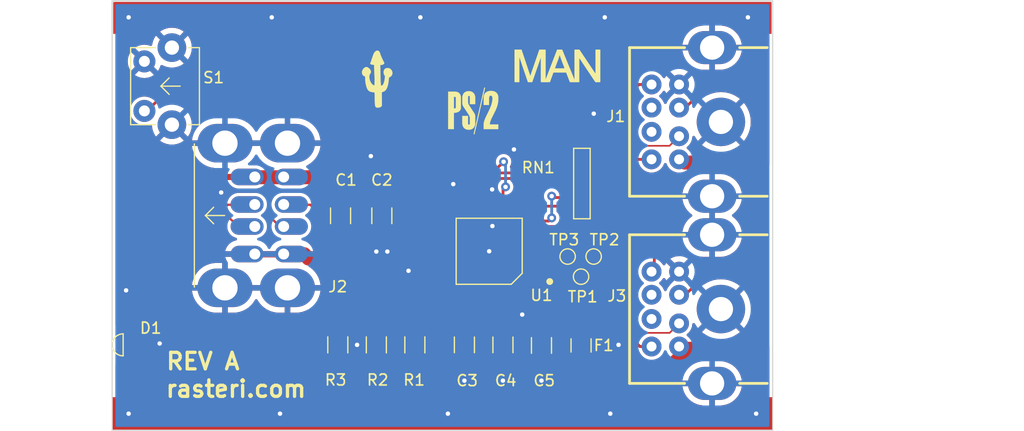
<source format=kicad_pcb>
(kicad_pcb (version 20221018) (generator pcbnew)
  (layers (0 "F.Cu" signal) (31 "B.Cu" signal) (34 "B.Paste" user) (35 "F.Paste" user) (36 "B.SilkS" user "B.Silkscreen") (37 "F.SilkS" user "F.Silkscreen") (38 "B.Mask" user) (39 "F.Mask" user) (44 "Edge.Cuts" user))
  (net 0 "")
  (net 1 "+3.3V")
  (net 2 "Net-(F1-Pad2)")
  (net 3 "GND")
  (net 4 "+5V")
  (net 5 "/HD-")
  (net 6 "/D-")
  (net 7 "/HD+")
  (net 8 "/D+")
  (net 9 "Net-(TP2-Pad1)")
  (net 10 "/DIN1-1")
  (net 11 "/DIN1-2")
  (net 12 "/DIN1-6")
  (net 13 "/DIN1-8")
  (net 14 "/DIN2-1")
  (net 15 "/DIN2-2")
  (net 16 "/DIN2-6")
  (net 17 "/DIN2-8")
  (net 18 "/LED")
  (net 23 "Net-(TP1-Pad1)")
  (net 29 "Net-(TP3-Pad1)")
  (net 32 "Net-(D1-Pad2)")
  (net 33 "Net-(D1-Pad3)")
  (net 34 "Net-(D1-Pad4)")
  (net 35 "Net-(S1-Pad2)")
  (net 52 "Net-(R1-Pad2)")
  (net 53 "Net-(R2-Pad2)")
  (net 54 "Net-(R3-Pad2)")
  (footprint "ps2usb:745C101" (layer "F.Cu") (at 142.672003 97.597189 90)
    (fp_text reference "RN1")
    (fp_text value "745C101")
  )
  (footprint "ps2usb:QFP-12x12_14x14_Pitch0.5mm" (layer "F.Cu") (at 134.25 103.75 180)
    (fp_text reference "U1")
    (fp_text value "CH559L-less")
  )
  (footprint "Resistor_SMD:R_1206_3216Metric" (layer "F.Cu") (at 127.5 112.25 90)
    (fp_text reference "R1")
    (fp_text value "1K")
  )
  (footprint "Capacitor_SMD:C_1206_3216Metric" (layer "F.Cu") (at 132.000003 112.249989 90)
    (fp_text reference "C3")
    (fp_text value "100n")
  )
  (footprint "Resistor_SMD:R_1206_3216Metric" (layer "F.Cu") (at 120.5 112.25 90)
    (fp_text reference "R3")
    (fp_text value "1K")
  )
  (footprint "TestPoint:TestPoint_Pad_D1.0mm" (layer "F.Cu") (at 142.595803 106.055389)
    (fp_text reference "TP1")
    (fp_text value "TestPoint_Small")
  )
  (footprint "Capacitor_SMD:C_1206_3216Metric" (layer "F.Cu") (at 135.500003 112.249989 90)
    (fp_text reference "C4")
    (fp_text value "3.3u")
  )
  (footprint "TestPoint:TestPoint_Pad_D1.0mm" (layer "F.Cu") (at 141.376603 104.226589)
    (fp_text reference "TP3")
    (fp_text value "TestPoint_Small")
  )
  (footprint "ps2usb:TS11" (layer "F.Cu") (at 104.18 88.75 -90)
    (fp_text reference "S1")
    (fp_text value "RATACSWITCH")
  )
  (footprint "Capacitor_SMD:C_1206_3216Metric" (layer "F.Cu") (at 124.500006 100.525 90)
    (fp_text reference "C2")
    (fp_text value "3.3u")
  )
  (footprint "Resistor_SMD:R_1206_3216Metric" (layer "F.Cu") (at 124 112.25 90)
    (fp_text reference "R2")
    (fp_text value "1K")
  )
  (footprint "ps2usb:B3173BGR-20C0001Q3U1930" (layer "F.Cu") (at 101.25 112.25 180)
    (fp_text reference "D1")
    (fp_text value "B3173BGR-20C0001Q3U1930")
  )
  (footprint "ps2usb:DIN8" (layer "F.Cu") (at 160 91.999989 -90)
    (fp_text reference "J1")
    (fp_text value "DIN8")
  )
  (footprint "ps2usb:USB1035" (layer "F.Cu") (at 107.5 100.5 -90)
    (fp_text reference "J2")
    (fp_text value "USB1035")
  )
  (footprint "Fuse:Fuse_1206_3216Metric" (layer "F.Cu") (at 142.595803 112.303789 -90)
    (fp_text reference "F1")
    (fp_text value "Polyfuse_Small")
  )
  (footprint "TestPoint:TestPoint_Pad_D1.0mm" (layer "F.Cu") (at 143.738803 104.226589)
    (fp_text reference "TP2")
    (fp_text value "TestPoint_Small")
  )
  (footprint "Capacitor_SMD:C_1206_3216Metric" (layer "F.Cu") (at 120.750006 100.525 90)
    (fp_text reference "C1")
    (fp_text value "3.3u")
  )
  (footprint "ps2usb:DIN8" (layer "F.Cu") (at 160 108.999989 -90)
    (fp_text reference "J3")
    (fp_text value "DIN8")
  )
  (footprint "Capacitor_SMD:C_1206_3216Metric" (layer "F.Cu") (at 139.000003 112.303789 90)
    (fp_text reference "C5")
    (fp_text value "3.3u")
  )
  (gr_poly (pts (xy 142.033582 88.340749) (xy 142.033582 88.353491) (xy 141.603526 88.353491) (xy 141.266731 87.479008) (xy 140.05939 87.479008) (xy 139.742291 88.353491) (xy 139.343747 88.353491) (xy 139.343747 88.334782) (xy 139.791906 87.167817) (xy 140.169686 87.167817) (xy 141.148558 87.167817) (xy 140.847215 86.368178) (xy 140.782711 86.194117) (xy 140.72707 86.036306) (xy 140.680294 85.894743) (xy 140.660229 85.830055) (xy 140.642381 85.769428) (xy 140.627886 85.838795) (xy 140.611976 85.908038) (xy 140.59465 85.977158) (xy 140.575908 86.046155) (xy 140.555751 86.115028) (xy 140.534178 86.183778) (xy 140.511189 86.252405) (xy 140.486785 86.320908) (xy 140.169686 87.167817) (xy 139.791906 87.167817) (xy 140.445423 85.466118) (xy 140.857061 85.466118)) (stroke (width 0.08)) (fill solid) (layer "F.SilkS"))
  (gr_poly (pts (xy 124.115771 85.54192) (xy 124.137258 85.545741) (xy 124.158246 85.552114) (xy 124.178646 85.561056) (xy 124.198374 85.572589) (xy 124.21734 85.58673) (xy 124.235457 85.603499) (xy 124.252639 85.622914) (xy 124.268798 85.644997) (xy 124.283848 85.669764) (xy 124.297699 85.697236) (xy 124.310267 85.727432) (xy 124.321462 85.760371) (xy 124.331198 85.796072) (xy 124.338822 85.822986) (xy 124.350434 85.857812) (xy 124.383684 85.946743) (xy 124.42707 86.05395) (xy 124.476711 86.170518) (xy 124.528728 86.287532) (xy 124.579241 86.396079) (xy 124.62437 86.487245) (xy 124.643703 86.523523) (xy 124.660236 86.552113) (xy 124.6705 86.569356) (xy 124.679319 86.58539) (xy 124.686687 86.600318) (xy 124.692596 86.614246) (xy 124.695001 86.620868) (xy 124.697038 86.627278) (xy 124.698708 86.633491) (xy 124.700007 86.639519) (xy 124.700937 86.645376) (xy 124.701495 86.651074) (xy 124.701682 86.656627) (xy 124.701495 86.662047) (xy 124.700935 86.667348) (xy 124.699999 86.672543) (xy 124.698689 86.677645) (xy 124.697001 86.682667) (xy 124.694936 86.687622) (xy 124.692492 86.692523) (xy 124.68967 86.697384) (xy 124.686466 86.702217) (xy 124.682882 86.707035) (xy 124.678916 86.711852) (xy 124.669833 86.721534) (xy 124.659211 86.731367) (xy 124.647043 86.741456) (xy 124.636668 86.748883) (xy 124.624576 86.756147) (xy 124.610925 86.763203) (xy 124.595875 86.770012) (xy 124.579583 86.776529) (xy 124.562209 86.782713) (xy 124.543912 86.788521) (xy 124.524849 86.793911) (xy 124.505181 86.798841) (xy 124.485065 86.803269) (xy 124.464661 86.807152) (xy 124.444126 86.810448) (xy 124.42362 86.813114) (xy 124.403302 86.815109) (xy 124.38333 86.81639) (xy 124.363863 86.816915) (xy 124.35751 86.816976) (xy 124.35196 86.817131) (xy 124.349474 86.817275) (xy 124.347173 86.817478) (xy 124.345052 86.817754) (xy 124.343106 86.818115) (xy 124.34133 86.818572) (xy 124.339719 86.819138) (xy 124.338267 86.819825) (xy 124.336969 86.820646) (xy 124.335821 86.821612) (xy 124.334816 86.822736) (xy 124.33395 86.824029) (xy 124.333218 86.825505) (xy 124.332614 86.827175) (xy 124.332133 86.829052) (xy 124.331769 86.831147) (xy 124.331519 86.833473) (xy 124.331376 86.836043) (xy 124.331336 86.838867) (xy 124.331393 86.84196) (xy 124.331542 86.845331) (xy 124.332095 86.852963) (xy 124.332954 86.86186) (xy 124.335423 86.88384) (xy 124.337208 86.91136) (xy 124.339328 86.964343) (xy 124.344262 87.134248) (xy 124.349593 87.368655) (xy 124.354688 87.642665) (xy 124.361001 87.958209) (xy 124.368351 88.209986) (xy 124.376766 88.398764) (xy 124.386273 88.525315) (xy 124.40043 88.661279) (xy 124.406335 88.720662) (xy 124.406642 88.721672) (xy 124.407536 88.722487) (xy 124.408983 88.723113) (xy 124.410956 88.723555) (xy 124.416351 88.723919) (xy 124.423478 88.72363) (xy 124.432092 88.722742) (xy 124.441948 88.721307) (xy 124.452802 88.719379) (xy 124.464411 88.71701) (xy 124.476529 88.714252) (xy 124.488913 88.711159) (xy 124.501319 88.707783) (xy 124.513501 88.704178) (xy 124.525216 88.700395) (xy 124.536219 88.696488) (xy 124.546267 88.692509) (xy 124.555115 88.688512) (xy 124.564315 88.683225) (xy 124.573589 88.67635) (xy 124.582917 88.667943) (xy 124.592279 88.658061) (xy 124.601656 88.646761) (xy 124.611028 88.634098) (xy 124.629679 88.604915) (xy 124.648077 88.570963) (xy 124.666063 88.532698) (xy 124.683482 88.490571) (xy 124.700176 88.445036) (xy 124.715989 88.396547) (xy 124.730765 88.345556) (xy 124.744346 88.292517) (xy 124.756576 88.237884) (xy 124.767298 88.182108) (xy 124.776356 88.125644) (xy 124.783592 88.068946) (xy 124.788851 88.012465) (xy 124.802776 87.826815) (xy 124.758113 87.760562) (xy 124.744573 87.739202) (xy 124.732325 87.717267) (xy 124.721351 87.694826) (xy 124.711637 87.67195) (xy 124.703168 87.64871) (xy 124.69593 87.625177) (xy 124.689906 87.601421) (xy 124.685082 87.577513) (xy 124.681443 87.553523) (xy 124.678973 87.529522) (xy 124.677659 87.505581) (xy 124.677483 87.481771) (xy 124.678433 87.458161) (xy 124.680491 87.434823) (xy 124.683644 87.411827) (xy 124.687877 87.389244) (xy 124.693173 87.367145) (xy 124.699519 87.3456) (xy 124.706899 87.324679) (xy 124.715298 87.304454) (xy 124.724701 87.284996) (xy 124.735093 87.266374) (xy 124.746459 87.248659) (xy 124.758783 87.231922) (xy 124.772051 87.216235) (xy 124.786248 87.201666) (xy 124.801359 87.188287) (xy 124.817368 87.176169) (xy 124.83426 87.165382) (xy 124.852021 87.155997) (xy 124.870636 87.148084) (xy 124.890088 87.141715) (xy 124.937617 87.130635) (xy 124.983611 87.124317) (xy 125.027978 87.122514) (xy 125.070625 87.124982) (xy 125.111458 87.131473) (xy 125.150385 87.141742) (xy 125.187312 87.155544) (xy 125.222146 87.172632) (xy 125.254795 87.192761) (xy 125.285165 87.215685) (xy 125.313163 87.241158) (xy 125.338696 87.268935) (xy 125.361671 87.298768) (xy 125.381996 87.330414) (xy 125.399576 87.363625) (xy 125.414318 87.398157) (xy 125.426131 87.433762) (xy 125.43492 87.470196) (xy 125.440592 87.507213) (xy 125.443056 87.544566) (xy 125.442216 87.582011) (xy 125.437981 87.6193) (xy 125.430257 87.656189) (xy 125.418952 87.692431) (xy 125.403971 87.727781) (xy 125.385223 87.761993) (xy 125.362614 87.794821) (xy 125.336051 87.826019) (xy 125.30544 87.855342) (xy 125.270689 87.882543) (xy 125.231705 87.907377) (xy 125.188395 87.929599) (xy 125.121429 87.960257) (xy 125.112839 88.122136) (xy 125.107506 88.202155) (xy 125.100102 88.281127) (xy 125.090716 88.358746) (xy 125.079437 88.434706) (xy 125.066352 88.508699) (xy 125.051552 88.580421) (xy 125.035123 88.649563) (xy 125.017155 88.715821) (xy 124.997737 88.778887) (xy 124.976957 88.838455) (xy 124.954903 88.894219) (xy 124.931664 88.945872) (xy 124.907329 88.993109) (xy 124.881986 89.035621) (xy 124.855724 89.073105) (xy 124.828632 89.105251) (xy 124.815183 89.119387) (xy 124.802293 89.132387) (xy 124.789786 89.144358) (xy 124.777487 89.155405) (xy 124.76522 89.165637) (xy 124.752809 89.175159) (xy 124.74008 89.184077) (xy 124.726857 89.192499) (xy 124.712963 89.20053) (xy 124.698225 89.208277) (xy 124.682465 89.215847) (xy 124.665509 89.223347) (xy 124.647181 89.230881) (xy 124.627306 89.238558) (xy 124.605708 89.246484) (xy 124.582211 89.254764) (xy 124.476212 89.291505) (xy 124.476512 89.543409) (xy 124.477774 89.829505) (xy 124.480412 90.163614) (xy 124.484027 90.531914) (xy 124.416626 90.591904) (xy 124.390731 90.614682) (xy 124.379656 90.624034) (xy 124.369491 90.632177) (xy 124.359981 90.639228) (xy 124.350871 90.645297) (xy 124.346387 90.648) (xy 124.341907 90.650501) (xy 124.3374 90.652813) (xy 124.332835 90.654951) (xy 124.328178 90.65693) (xy 124.323399 90.658762) (xy 124.318466 90.660463) (xy 124.313347 90.662047) (xy 124.302422 90.664921) (xy 124.290371 90.667495) (xy 124.276939 90.669884) (xy 124.261872 90.672202) (xy 124.225814 90.677079) (xy 124.17997 90.682664) (xy 124.14203 90.686289) (xy 124.12557 90.687335) (xy 124.11054 90.687852) (xy 124.09676 90.687827) (xy 124.084047 90.687249) (xy 124.07222 90.686105) (xy 124.061096 90.68438) (xy 124.050495 90.682064) (xy 124.040234 90.679143) (xy 124.030132 90.675604) (xy 124.020008 90.671434) (xy 124.009678 90.666621) (xy 123.998962 90.661153) (xy 123.99895 90.661153) (xy 123.989232 90.655653) (xy 123.980018 90.649638) (xy 123.971296 90.643013) (xy 123.963052 90.635683) (xy 123.955272 90.627553) (xy 123.947944 90.618527) (xy 123.941054 90.60851) (xy 123.934588 90.597407) (xy 123.928533 90.585123) (xy 123.922875 90.571561) (xy 123.917603 90.556627) (xy 123.9127 90.540225) (xy 123.908156 90.522261) (xy 123.903955 90.502638) (xy 123.900086 90.481262) (xy 123.896533 90.458037) (xy 123.893285 90.432868) (xy 123.890326 90.405659) (xy 123.887645 90.376316) (xy 123.885228 90.344742) (xy 123.883061 90.310843) (xy 123.881131 90.274523) (xy 123.877929 90.19424) (xy 123.875513 90.103131) (xy 123.873777 90.000431) (xy 123.872613 89.88538) (xy 123.871916 89.757215) (xy 123.871885 89.596179) (xy 123.870603 89.478728) (xy 123.86829 89.434031) (xy 123.86422 89.397451) (xy 123.857912 89.368061) (xy 123.853769 89.355774) (xy 123.848886 89.344937) (xy 123.843202 89.335434) (xy 123.836658 89.32715) (xy 123.829194 89.31997) (xy 123.820749 89.313776) (xy 123.811264 89.308454) (xy 123.800678 89.303887) (xy 123.775962 89.296558) (xy 123.74612 89.290861) (xy 123.710673 89.285871) (xy 123.621032 89.274306) (xy 123.567083 89.265337) (xy 123.516935 89.253985) (xy 123.49322 89.247347) (xy 123.470378 89.240031) (xy 123.448381 89.23201) (xy 123.427205 89.223255) (xy 123.406822 89.213741) (xy 123.387208 89.203439) (xy 123.368335 89.192322) (xy 123.350179 89.180363) (xy 123.332713 89.167534) (xy 123.315911 89.153808) (xy 123.299747 89.139158) (xy 123.284195 89.123555) (xy 123.26923 89.106973) (xy 123.254824 89.089385) (xy 123.240953 89.070762) (xy 123.227591 89.051078) (xy 123.21471 89.030305) (xy 123.202286 89.008415) (xy 123.190292 88.985382) (xy 123.178702 88.961177) (xy 123.156632 88.909146) (xy 123.135867 88.852101) (xy 123.1162 88.789823) (xy 123.097423 88.722094) (xy 123.073645 88.628052) (xy 123.054293 88.544351) (xy 123.038978 88.468258) (xy 123.027307 88.397037) (xy 123.018889 88.327957) (xy 123.013333 88.258282) (xy 123.010248 88.185279) (xy 123.009241 88.106215) (xy 123.00902 88.026906) (xy 123.00792 87.967128) (xy 123.006732 87.943536) (xy 123.004952 87.923594) (xy 123.002457 87.906891) (xy 122.999123 87.893016) (xy 122.994826 87.881558) (xy 122.989442 87.872107) (xy 122.982847 87.864251) (xy 122.974918 87.85758) (xy 122.965531 87.851682) (xy 122.954561 87.846147) (xy 122.927378 87.834522) (xy 122.904601 87.8242) (xy 122.883058 87.812664) (xy 122.862756 87.799967) (xy 122.843703 87.786165) (xy 122.825905 87.771311) (xy 122.809368 87.75546) (xy 122.7941 87.738667) (xy 122.780108 87.720987) (xy 122.767398 87.702473) (xy 122.755977 87.683182) (xy 122.745852 87.663166) (xy 122.73703 87.642482) (xy 122.729517 87.621182) (xy 122.723321 87.599323) (xy 122.718448 87.576958) (xy 122.714905 87.554142) (xy 122.712698 87.53093) (xy 122.711836 87.507376) (xy 122.712324 87.483536) (xy 122.714169 87.459462) (xy 122.717378 87.43521) (xy 122.721958 87.410835) (xy 122.727916 87.386392) (xy 122.735259 87.361934) (xy 122.743992 87.337516) (xy 122.754125 87.313193) (xy 122.765662 87.28902) (xy 122.77861 87.265051) (xy 122.792978 87.24134) (xy 122.808771 87.217943) (xy 122.825996 87.194913) (xy 122.844661 87.172306) (xy 122.865315 87.149822) (xy 122.886669 87.129185) (xy 122.908608 87.110431) (xy 122.931021 87.0936) (xy 122.953792 87.078728) (xy 122.976809 87.065853) (xy 122.999957 87.055015) (xy 123.023124 87.046249) (xy 123.046195 87.039595) (xy 123.057659 87.037071) (xy 123.069057 87.035089) (xy 123.080374 87.033655) (xy 123.091597 87.032771) (xy 123.10271 87.032444) (xy 123.1137 87.032678) (xy 123.124553 87.033477) (xy 123.135254 87.034847) (xy 123.14579 87.036792) (xy 123.156145 87.039317) (xy 123.166306 87.042426) (xy 123.176259 87.046125) (xy 123.185989 87.050418) (xy 123.195482 87.055309) (xy 123.220029 87.06946) (xy 123.243622 87.084157) (xy 123.266245 87.099367) (xy 123.287883 87.115054) (xy 123.308522 87.131183) (xy 123.328146 87.14772) (xy 123.346741 87.164629) (xy 123.36429 87.181876) (xy 123.38078 87.199424) (xy 123.396194 87.217241) (xy 123.410518 87.235289) (xy 123.423738 87.253535) (xy 123.435837 87.271944) (xy 123.4468 87.29048) (xy 123.456614 87.309109) (xy 123.465261 87.327795) (xy 123.472729 87.346504) (xy 123.479 87.365201) (xy 123.484061 87.38385) (xy 123.487897 87.402417) (xy 123.490491 87.420867) (xy 123.49183 87.439164) (xy 123.491897 87.457274) (xy 123.490679 87.475162) (xy 123.48816 87.492793) (xy 123.484324 87.510131) (xy 123.479157 87.527143) (xy 123.472644 87.543792) (xy 123.464769 87.560044) (xy 123.455518 87.575864) (xy 123.444875 87.591217) (xy 123.432826 87.606068) (xy 123.41141 87.633864) (xy 123.393074 87.664519) (xy 123.377728 87.697789) (xy 123.365282 87.733429) (xy 123.355647 87.771191) (xy 123.348734 87.810832) (xy 123.344452 87.852106) (xy 123.342713 87.894767) (xy 123.343426 87.938571) (xy 123.346503 87.98327) (xy 123.359387 88.074378) (xy 123.38065 88.166126) (xy 123.409574 88.256552) (xy 123.445444 88.343693) (xy 123.487542 88.425585) (xy 123.510703 88.46395) (xy 123.535153 88.500265) (xy 123.560802 88.534287) (xy 123.58756 88.56577) (xy 123.615338 88.594467) (xy 123.644046 88.620135) (xy 123.673595 88.642527) (xy 123.703896 88.661398) (xy 123.734858 88.676503) (xy 123.766392 88.687596) (xy 123.798409 88.694432) (xy 123.830818 88.696765) (xy 123.833794 88.694918) (xy 123.836651 88.689504) (xy 123.841995 88.668737) (xy 123.846821 88.63599) (xy 123.851098 88.592788) (xy 123.857882 88.481121) (xy 123.862104 88.345939) (xy 123.86352 88.199444) (xy 123.861884 88.05384) (xy 123.856953 87.92133) (xy 123.853176 87.863798) (xy 123.848483 87.814115) (xy 123.845967 87.784439) (xy 123.843257 87.73884) (xy 123.837593 87.60899) (xy 123.832174 87.442796) (xy 123.827682 87.25849) (xy 123.820785 86.937538) (xy 123.81714 86.803456) (xy 123.813954 86.802922) (xy 123.805337 86.801783) (xy 123.774181 86.797975) (xy 123.72841 86.792596) (xy 123.672761 86.786214) (xy 123.636536 86.781556) (xy 123.603976 86.776182) (xy 123.575028 86.770032) (xy 123.549638 86.763042) (xy 123.538261 86.759213) (xy 123.527753 86.755151) (xy 123.518108 86.750849) (xy 123.509319 86.746298) (xy 123.501378 86.741491) (xy 123.494281 86.736421) (xy 123.488019 86.731079) (xy 123.482586 86.725458) (xy 123.477976 86.71955) (xy 123.474181 86.713347) (xy 123.471195 86.706842) (xy 123.469012 86.700027) (xy 123.467624 86.692894) (xy 123.467024 86.685436) (xy 123.467207 86.677645) (xy 123.468165 86.669513) (xy 123.469891 86.661032) (xy 123.47238 86.652195) (xy 123.475623 86.642994) (xy 123.479616 86.633421) (xy 123.489818 86.61313) (xy 123.502934 86.591259) (xy 123.506908 86.584843) (xy 123.510861 86.578027) (xy 123.51477 86.57087) (xy 123.51861 86.563433) (xy 123.522357 86.555774) (xy 123.525986 86.547956) (xy 123.532795 86.532077) (xy 123.535925 86.524137) (xy 123.538841 86.516277) (xy 123.541517 86.508556) (xy 123.543929 86.501035) (xy 123.546053 86.493774) (xy 123.547865 86.486833) (xy 123.54934 86.480271) (xy 123.550454 86.47415) (xy 123.553539 86.459064) (xy 123.558896 86.437975) (xy 123.566232 86.411846) (xy 123.57525 86.38164) (xy 123.585658 86.348321) (xy 123.597161 86.312852) (xy 123.609463 86.276196) (xy 123.622271 86.239315) (xy 123.679454 86.074678) (xy 123.728684 85.928524) (xy 123.743082 85.887518) (xy 123.758637 85.848698) (xy 123.775264 85.812085) (xy 123.792875 85.777696) (xy 123.811382 85.745552) (xy 123.830699 85.715671) (xy 123.850738 85.688072) (xy 123.871411 85.662776) (xy 123.892633 85.639801) (xy 123.914314 85.619165) (xy 123.936369 85.600889) (xy 123.95871 85.584992) (xy 123.981249 85.571492) (xy 124.0039 85.560409) (xy 124.026575 85.551763) (xy 124.049187 85.545571) (xy 124.071648 85.541854) (xy 124.093872 85.540631)) (stroke (width 0.05)) (fill solid) (layer "F.SilkS"))
  (gr_poly (pts (xy 143.942085 87.733081) (xy 143.942085 85.466118) (xy 144.308423 85.466118) (xy 144.308423 88.353491) (xy 143.916482 88.353491) (xy 142.399922 86.08456) (xy 142.399922 88.353491) (xy 142.038797 88.353491) (xy 142.033582 88.340749) (xy 142.033582 85.466118) (xy 142.425525 85.466118)) (stroke (width 0.08)) (fill solid) (layer "F.SilkS"))
  (gr_poly (pts (xy 134.479145 89.180018) (xy 134.543235 89.186146) (xy 134.60573 89.196555) (xy 134.666211 89.21142) (xy 134.695566 89.22058) (xy 134.724259 89.230919) (xy 134.75224 89.24246) (xy 134.779455 89.255224) (xy 134.805852 89.269235) (xy 134.831379 89.284513) (xy 134.855984 89.301081) (xy 134.879613 89.31896) (xy 134.902216 89.338173) (xy 134.923738 89.358741) (xy 134.944129 89.380686) (xy 134.963335 89.40403) (xy 134.981304 89.428796) (xy 134.997984 89.455004) (xy 135.013323 89.482677) (xy 135.027267 89.511837) (xy 135.039765 89.542506) (xy 135.050765 89.574706) (xy 135.060213 89.608458) (xy 135.068058 89.643784) (xy 135.074246 89.680707) (xy 135.078727 89.719248) (xy 135.081447 89.75943) (xy 135.082354 89.801274) (xy 135.082298 89.945046) (xy 135.080057 90.03468) (xy 135.073591 90.12299) (xy 135.06318 90.209989) (xy 135.049106 90.295692) (xy 135.031652 90.380114) (xy 135.011098 90.463268) (xy 134.987727 90.545169) (xy 134.961821 90.625832) (xy 134.903527 90.783499) (xy 134.838473 90.936386) (xy 134.768912 91.084605) (xy 134.697098 91.228274) (xy 134.555728 91.502418) (xy 134.490681 91.633124) (xy 134.432397 91.759739) (xy 134.383132 91.882378) (xy 134.362585 91.942243) (xy 134.345139 92.001157) (xy 134.331073 92.059135) (xy 134.320672 92.116191) (xy 134.314215 92.172339) (xy 134.311985 92.227594) (xy 135.08142 92.227896) (xy 135.081176 92.657587) (xy 133.743736 92.657058) (xy 133.743909 92.22746) (xy 133.74624 92.168765) (xy 133.752985 92.108631) (xy 133.778538 91.984208) (xy 133.818213 91.854508) (xy 133.869659 91.719849) (xy 133.93052 91.58055) (xy 133.998443 91.436927) (xy 134.14606 91.137986) (xy 134.293681 90.825568) (xy 134.361609 90.6651) (xy 134.422476 90.502216) (xy 134.473929 90.337235) (xy 134.513615 90.170474) (xy 134.528309 90.086526) (xy 134.539179 90.002251) (xy 134.54593 89.917691) (xy 134.548268 89.832885) (xy 134.548085 89.823806) (xy 134.547531 89.81456) (xy 134.546614 89.805178) (xy 134.54534 89.795687) (xy 134.543717 89.78612) (xy 134.54175 89.776505) (xy 134.539448 89.766872) (xy 134.536816 89.757251) (xy 134.533862 89.747673) (xy 134.530593 89.738166) (xy 134.527014 89.728761) (xy 134.523134 89.719487) (xy 134.51896 89.710375) (xy 134.514497 89.701453) (xy 134.509753 89.692753) (xy 134.504734 89.684304) (xy 134.499448 89.676135) (xy 134.493902 89.668277) (xy 134.488102 89.660759) (xy 134.482054 89.653612) (xy 134.475767 89.646864) (xy 134.469246 89.640547) (xy 134.4625 89.634689) (xy 134.455533 89.629321) (xy 134.448354 89.624472) (xy 134.440969 89.620173) (xy 134.433385 89.616453) (xy 134.42561 89.613341) (xy 134.417648 89.610869) (xy 134.409509 89.609065) (xy 134.401198 89.607959) (xy 134.392722 89.607582) (xy 134.384246 89.607954) (xy 134.375935 89.609053) (xy 134.367794 89.610851) (xy 134.359831 89.613318) (xy 134.352053 89.616424) (xy 134.344466 89.620138) (xy 134.337078 89.624432) (xy 134.329895 89.629275) (xy 134.322924 89.634638) (xy 134.316173 89.64049) (xy 134.309647 89.646803) (xy 134.303355 89.653545) (xy 134.291495 89.668201) (xy 134.28065 89.684219) (xy 134.270874 89.70136) (xy 134.262222 89.719386) (xy 134.254749 89.738059) (xy 134.24851 89.757139) (xy 134.24356 89.776389) (xy 134.239954 89.795568) (xy 134.237747 89.81444) (xy 134.236995 89.832764) (xy 134.236747 90.462294) (xy 133.744654 90.462103) (xy 133.744914 89.800744) (xy 133.745854 89.758901) (xy 133.748606 89.718722) (xy 133.753117 89.680184) (xy 133.759336 89.643266) (xy 133.767208 89.607945) (xy 133.776684 89.574201) (xy 133.787708 89.54201) (xy 133.800231 89.511351) (xy 133.814198 89.482201) (xy 133.829559 89.45454) (xy 133.846259 89.428345) (xy 133.864248 89.403594) (xy 133.883473 89.380264) (xy 133.90388 89.358335) (xy 133.925419 89.337784) (xy 133.948037 89.318589) (xy 133.97168 89.300729) (xy 133.996298 89.28418) (xy 134.021837 89.268922) (xy 134.048245 89.254932) (xy 134.07547 89.242189) (xy 134.10346 89.23067) (xy 134.161522 89.211218) (xy 134.222015 89.196401) (xy 134.284518 89.186042) (xy 134.348612 89.179966) (xy 134.413879 89.177997)) (stroke (width 0.006)) (fill solid) (layer "F.SilkS"))
  (gr_poly (pts (xy 133.882835 88.885446) (xy 132.917026 93.120123) (xy 132.833312 93.113956) (xy 133.799121 88.87928)) (stroke (width 0.006)) (fill solid) (layer "F.SilkS"))
  (gr_poly (pts (xy 131.140422 89.243536) (xy 131.177822 89.245456) (xy 131.219038 89.25) (xy 131.243662 89.253793) (xy 131.270347 89.258837) (xy 131.298633 89.265313) (xy 131.328059 89.273398) (xy 131.358164 89.283271) (xy 131.388485 89.29511) (xy 131.418563 89.309095) (xy 131.447937 89.325403) (xy 131.462215 89.334485) (xy 131.476144 89.344214) (xy 131.489666 89.354614) (xy 131.502724 89.365706) (xy 131.519318 89.38119) (xy 131.534875 89.396996) (xy 131.549429 89.413072) (xy 131.563013 89.429363) (xy 131.57566 89.445817) (xy 131.587405 89.462379) (xy 131.598279 89.478997) (xy 131.608318 89.495617) (xy 131.617554 89.512186) (xy 131.62602 89.528651) (xy 131.633751 89.544957) (xy 131.64078 89.561052) (xy 131.647139 89.576882) (xy 131.652863 89.592394) (xy 131.662539 89.62225) (xy 131.670074 89.650193) (xy 131.675736 89.675796) (xy 131.679793 89.698631) (xy 131.682512 89.718272) (xy 131.685008 89.746264) (xy 131.685364 89.756353) (xy 131.684891 90.743634) (xy 131.684471 90.752863) (xy 131.68155 90.778241) (xy 131.678372 90.795904) (xy 131.673633 90.816305) (xy 131.667021 90.839013) (xy 131.658225 90.863593) (xy 131.646934 90.889612) (xy 131.632834 90.916639) (xy 131.615614 90.94424) (xy 131.605737 90.958121) (xy 131.594964 90.971983) (xy 131.583254 90.985772) (xy 131.57057 90.999433) (xy 131.556872 91.012914) (xy 131.542121 91.026159) (xy 131.526278 91.039115) (xy 131.509305 91.051728) (xy 131.491163 91.063943) (xy 131.471811 91.075706) (xy 131.454783 91.085126) (xy 131.437444 91.093957) (xy 131.419849 91.102218) (xy 131.402055 91.109928) (xy 131.384118 91.117107) (xy 131.366092 91.123772) (xy 131.330002 91.135639) (xy 131.294231 91.145682) (xy 131.259227 91.154054) (xy 131.225435 91.160907) (xy 131.193304 91.166392) (xy 131.163279 91.170662) (xy 131.135808 91.173869) (xy 131.090313 91.177703) (xy 131.049628 91.179309) (xy 131.049045 92.655684) (xy 130.520063 92.655427) (xy 130.520841 90.771942) (xy 131.049846 90.771942) (xy 131.150018 90.771982) (xy 131.153642 90.771855) (xy 131.157219 90.771473) (xy 131.160744 90.770845) (xy 131.164213 90.769975) (xy 131.167621 90.76887) (xy 131.170964 90.767537) (xy 131.174238 90.765981) (xy 131.177437 90.764209) (xy 131.180557 90.762227) (xy 131.183595 90.760041) (xy 131.186546 90.757657) (xy 131.189405 90.755082) (xy 131.194829 90.749383) (xy 131.199833 90.742992) (xy 131.204382 90.735961) (xy 131.20844 90.728338) (xy 131.211971 90.720173) (xy 131.214941 90.711517) (xy 131.217313 90.702419) (xy 131.219052 90.692928) (xy 131.220124 90.683094) (xy 131.220491 90.672968) (xy 131.220831 89.822465) (xy 131.220741 89.817368) (xy 131.220471 89.812338) (xy 131.220025 89.807382) (xy 131.219408 89.802504) (xy 131.218623 89.797712) (xy 131.217676 89.793012) (xy 131.216571 89.78841) (xy 131.215311 89.783912) (xy 131.213903 89.779524) (xy 131.212349 89.775253) (xy 131.210655 89.771105) (xy 131.208824 89.767086) (xy 131.206862 89.763202) (xy 131.204772 89.75946) (xy 131.20256 89.755866) (xy 131.200229 89.752425) (xy 131.197784 89.749145) (xy 131.19523 89.746031) (xy 131.19257 89.74309) (xy 131.18981 89.740327) (xy 131.186953 89.73775) (xy 131.184005 89.735364) (xy 131.180968 89.733175) (xy 131.177849 89.731191) (xy 131.174651 89.729416) (xy 131.171379 89.727857) (xy 131.168038 89.726521) (xy 131.16463 89.725414) (xy 131.161162 89.724541) (xy 131.157637 89.72391) (xy 131.154061 89.723526) (xy 131.150436 89.723395) (xy 131.050264 89.723355) (xy 131.049846 90.771942) (xy 130.520841 90.771942) (xy 130.521472 89.243282)) (stroke (width 0.006)) (fill solid) (layer "F.SilkS"))
  (gr_poly (pts (xy 137.846882 87.510522) (xy 137.928619 87.760162) (xy 137.959886 87.858025) (xy 137.984752 87.937915) (xy 138.012818 87.8499) (xy 138.047777 87.743422) (xy 138.08963 87.618478) (xy 138.138378 87.475068) (xy 138.829692 85.466118) (xy 139.343747 85.466118) (xy 139.343747 88.334782) (xy 139.336562 88.353491) (xy 138.975441 88.353491) (xy 138.975441 85.93684) (xy 138.136407 88.353491) (xy 137.791734 88.353491) (xy 136.956642 85.895483) (xy 136.956642 88.353491) (xy 136.588334 88.353491) (xy 136.588334 85.466118) (xy 137.163446 85.466118)) (stroke (width 0.08)) (fill solid) (layer "F.SilkS"))
  (gr_poly (pts (xy 132.449718 89.205928) (xy 132.500059 89.210729) (xy 132.547152 89.218459) (xy 132.591105 89.22891) (xy 132.632026 89.241873) (xy 132.670025 89.257137) (xy 132.705209 89.274494) (xy 132.737687 89.293734) (xy 132.767567 89.314648) (xy 132.794957 89.337026) (xy 132.819965 89.36066) (xy 132.842701 89.38534) (xy 132.863271 89.410856) (xy 132.881785 89.437) (xy 132.898351 89.463562) (xy 132.913077 89.490332) (xy 132.926071 89.517102) (xy 132.937443 89.543661) (xy 132.955748 89.595313) (xy 132.96886 89.643613) (xy 132.977645 89.686886) (xy 132.98297 89.723459) (xy 132.9857 89.751655) (xy 132.986845 89.776221) (xy 132.986605 90.390919) (xy 132.494512 90.390727) (xy 132.49475 89.745918) (xy 132.49459 89.741106) (xy 132.493465 89.728418) (xy 132.492238 89.719942) (xy 132.490406 89.710481) (xy 132.487849 89.700363) (xy 132.484444 89.689916) (xy 132.482387 89.684673) (xy 132.480072 89.67947) (xy 132.477484 89.674349) (xy 132.47461 89.669351) (xy 132.471432 89.664516) (xy 132.467937 89.659887) (xy 132.464109 89.655504) (xy 132.459933 89.651407) (xy 132.455394 89.647639) (xy 132.450477 89.644239) (xy 132.445166 89.64125) (xy 132.439447 89.638711) (xy 132.433303 89.636664) (xy 132.426721 89.635151) (xy 132.419685 89.634211) (xy 132.41218 89.633886) (xy 132.404675 89.634204) (xy 132.397638 89.635138) (xy 132.391055 89.636645) (xy 132.38491 89.638687) (xy 132.379189 89.64122) (xy 132.373876 89.644205) (xy 132.368956 89.647601) (xy 132.364414 89.651365) (xy 132.360235 89.655458) (xy 132.356403 89.659838) (xy 132.352905 89.664465) (xy 132.349724 89.669296) (xy 132.346845 89.674292) (xy 132.344254 89.679411) (xy 132.341935 89.684613) (xy 132.339873 89.689855) (xy 132.336461 89.700299) (xy 132.333895 89.710415) (xy 132.332056 89.719875) (xy 132.330822 89.728352) (xy 132.329688 89.741039) (xy 132.329525 89.745851) (xy 132.329335 90.181035) (xy 132.329566 90.194128) (xy 132.330249 90.207178) (xy 132.331353 90.22016) (xy 132.332849 90.233051) (xy 132.334705 90.245825) (xy 132.336892 90.258458) (xy 132.33938 90.270926) (xy 132.342139 90.283204) (xy 132.348349 90.307094) (xy 132.355282 90.329932) (xy 132.362696 90.351522) (xy 132.370351 90.37167) (xy 132.378007 90.390179) (xy 132.385423 90.406855) (xy 132.392358 90.421501) (xy 132.398572 90.433922) (xy 132.407872 90.45131) (xy 132.4114 90.457453) (xy 132.90409 91.213532) (xy 132.911042 91.224631) (xy 132.917591 91.235939) (xy 132.923751 91.247421) (xy 132.929533 91.25904) (xy 132.934948 91.270757) (xy 132.94001 91.282538) (xy 132.949117 91.306139) (xy 132.95695 91.329548) (xy 132.963604 91.352469) (xy 132.969173 91.374608) (xy 132.973752 91.39567) (xy 132.977438 91.415358) (xy 132.980323 91.43338) (xy 132.982504 91.449438) (xy 132.984076 91.463238) (xy 132.986166 91.489958) (xy 132.985895 92.140979) (xy 132.984731 92.165544) (xy 132.981979 92.193737) (xy 132.976625 92.230305) (xy 132.967806 92.27357) (xy 132.954656 92.321859) (xy 132.93631 92.373495) (xy 132.924919 92.400045) (xy 132.911903 92.426804) (xy 132.897156 92.453562) (xy 132.88057 92.480111) (xy 132.862035 92.506239) (xy 132.841445 92.531739) (xy 132.81869 92.5564) (xy 132.793663 92.580014) (xy 132.766255 92.60237) (xy 132.736359 92.62326) (xy 132.703867 92.642474) (xy 132.668669 92.659803) (xy 132.630658 92.675037) (xy 132.589727 92.687966) (xy 132.545765 92.698382) (xy 132.498667 92.706075) (xy 132.448323 92.710836) (xy 132.394625 92.712455) (xy 132.340928 92.710794) (xy 132.290587 92.705993) (xy 132.243495 92.698262) (xy 132.199542 92.687811) (xy 132.15862 92.674849) (xy 132.120621 92.659585) (xy 132.085437 92.642228) (xy 132.05296 92.622988) (xy 132.02308 92.602074) (xy 131.99569 92.579695) (xy 131.970682 92.556061) (xy 131.947946 92.531382) (xy 131.927376 92.505865) (xy 131.908862 92.479721) (xy 131.892296 92.45316) (xy 131.87757 92.426389) (xy 131.864576 92.39962) (xy 131.853205 92.37306) (xy 131.834899 92.321408) (xy 131.821787 92.273108) (xy 131.813002 92.229834) (xy 131.807678 92.193262) (xy 131.804947 92.165066) (xy 131.803803 92.140499) (xy 131.804078 91.451215) (xy 132.328842 91.451423) (xy 132.328573 92.140651) (xy 132.328733 92.145446) (xy 132.329857 92.158085) (xy 132.331084 92.16653) (xy 132.332916 92.175956) (xy 132.335474 92.186036) (xy 132.338878 92.196443) (xy 132.340936 92.201667) (xy 132.343251 92.20685) (xy 132.345838 92.211952) (xy 132.348713 92.216931) (xy 132.35189 92.221747) (xy 132.355385 92.226359) (xy 132.359213 92.230725) (xy 132.36339 92.234806) (xy 132.367929 92.23856) (xy 132.372846 92.241947) (xy 132.378157 92.244925) (xy 132.383877 92.247453) (xy 132.39002 92.249492) (xy 132.396603 92.251) (xy 132.403639 92.251935) (xy 132.411144 92.252258) (xy 132.41865 92.251941) (xy 132.425687 92.251011) (xy 132.432271 92.249508) (xy 132.438416 92.247475) (xy 132.444138 92.244951) (xy 132.449451 92.241978) (xy 132.454372 92.238595) (xy 132.458914 92.234846) (xy 132.463093 92.230769) (xy 132.466925 92.226406) (xy 132.470424 92.221798) (xy 132.473605 92.216985) (xy 132.476483 92.212009) (xy 132.479075 92.20691) (xy 132.481394 92.20173) (xy 132.483456 92.196508) (xy 132.486869 92.186106) (xy 132.489435 92.17603) (xy 132.491274 92.166608) (xy 132.492508 92.158166) (xy 132.493642 92.145529) (xy 132.493806 92.140736) (xy 132.494008 91.66111) (xy 132.493777 91.648016) (xy 132.493094 91.634966) (xy 132.49199 91.621984) (xy 132.490494 91.609094) (xy 132.488638 91.596319) (xy 132.486451 91.583686) (xy 132.483963 91.571218) (xy 132.481204 91.55894) (xy 132.474994 91.53505) (xy 132.468061 91.512212) (xy 132.460647 91.490622) (xy 132.452992 91.470474) (xy 132.445336 91.451965) (xy 132.437921 91.435289) (xy 132.430986 91.420643) (xy 132.424772 91.408221) (xy 132.415472 91.390834) (xy 132.411944 91.384691) (xy 131.886595 90.578497) (xy 131.879644 90.567399) (xy 131.873096 90.55609) (xy 131.866937 90.544609) (xy 131.861156 90.532991) (xy 131.855741 90.521274) (xy 131.850681 90.509494) (xy 131.841575 90.485893) (xy 131.833743 90.462485) (xy 131.82709 90.439564) (xy 131.821522 90.417426) (xy 131.816942 90.396365) (xy 131.813258 90.376676) (xy 131.810373 90.358655) (xy 131.808192 90.342597) (xy 131.80662 90.328797) (xy 131.80453 90.302078) (xy 131.804752 89.775743) (xy 131.805916 89.751178) (xy 131.808668 89.722984) (xy 131.814022 89.686417) (xy 131.822841 89.643151) (xy 131.83599 89.594862) (xy 131.854336 89.543226) (xy 131.865728 89.516676) (xy 131.878744 89.489917) (xy 131.89349 89.463159) (xy 131.910077 89.436611) (xy 131.928612 89.410482) (xy 131.949202 89.384982) (xy 131.971957 89.360321) (xy 131.996984 89.336708) (xy 132.024391 89.314351) (xy 132.054287 89.293461) (xy 132.08678 89.274247) (xy 132.121978 89.256919) (xy 132.159988 89.241685) (xy 132.20092 89.228755) (xy 132.244881 89.218339) (xy 132.29198 89.210646) (xy 132.342324 89.205885) (xy 132.396022 89.204267)) (stroke (width 0.006)) (fill solid) (layer "F.SilkS"))
  (gr_line (start 100 81) (end 105.500002 81) (stroke (width 0.1)) (layer "Edge.Cuts"))
  (gr_line (start 160 120) (end 160 81) (stroke (width 0.1)) (layer "Edge.Cuts"))
  (gr_line (start 160 120) (end 100 120) (stroke (width 0.1)) (layer "Edge.Cuts"))
  (gr_line (start 100 120) (end 100.000003 94.25) (stroke (width 0.1)) (layer "Edge.Cuts"))
  (gr_line (start 105.500002 81) (end 160 81) (stroke (width 0.1)) (layer "Edge.Cuts"))
  (gr_line (start 100 85.75) (end 100 81) (stroke (width 0.1)) (layer "Edge.Cuts"))
  (gr_line (start 100.000003 94.25) (end 99.999998 85.75) (stroke (width 0.1)) (layer "Edge.Cuts"))
  (gr_text "rasteri.com" (at 111.25 116.25) (layer "F.SilkS") (effects (font (size 1.5 1.5) (thickness 0.3))))
  (gr_text "REV A" (at 108.25 113.75) (layer "F.SilkS") (effects (font (size 1.5 1.5) (thickness 0.3))))
  (segment (start 134 109.274986) (end 135.500003 110.774989) (width 0.3048) (layer "F.Cu") (net 1))
  (segment (start 134 107.95) (end 134 109.274986) (width 0.3048) (layer "F.Cu") (net 1))
  (segment (start 146.891403 113.703789) (end 147.701203 114.513589) (width 1.27) (layer "F.Cu") (net 2))
  (segment (start 151.958603 112.608589) (end 157.912003 112.608589) (width 1.27) (layer "F.Cu") (net 2))
  (segment (start 157.912003 112.608589) (end 158.75 111.770592) (width 1.27) (layer "F.Cu") (net 2))
  (segment (start 158.75 111.770592) (end 158.75 96.530186) (width 1.27) (layer "F.Cu") (net 2))
  (segment (start 151.750003 112.399989) (end 151.958603 112.608589) (width 1.27) (layer "F.Cu") (net 2))
  (segment (start 147.701203 114.513589) (end 150.444403 114.513589) (width 1.27) (layer "F.Cu") (net 2))
  (segment (start 158.75 96.530186) (end 157.912003 95.692189) (width 1.27) (layer "F.Cu") (net 2))
  (segment (start 150.444403 114.513589) (end 151.750003 113.207989) (width 1.27) (layer "F.Cu") (net 2))
  (segment (start 152.042203 95.692189) (end 151.750003 95.399989) (width 1.27) (layer "F.Cu") (net 2))
  (segment (start 142.595803 113.703789) (end 146.891403 113.703789) (width 1.27) (layer "F.Cu") (net 2))
  (segment (start 157.912003 95.692189) (end 152.042203 95.692189) (width 1.27) (layer "F.Cu") (net 2))
  (segment (start 151.750003 113.207989) (end 151.750003 112.399989) (width 1.27) (layer "F.Cu") (net 2))
  (segment (start 124.500006 102) (end 120.750006 102) (width 1.27) (layer "F.Cu") (net 3))
  (segment (start 139 113.724992) (end 139.000003 113.724989) (width 0.3048) (layer "F.Cu") (net 3))
  (segment (start 132 115.5) (end 132.000003 115.499997) (width 0.3048) (layer "F.Cu") (net 3))
  (segment (start 120.750006 103.309405) (end 119.6596 104.399811) (width 1.27) (layer "F.Cu") (net 3))
  (segment (start 135.5 113.724992) (end 135.500003 113.724989) (width 0.3048) (layer "F.Cu") (net 3))
  (segment (start 119.6596 104.399811) (end 117.8308 104.399811) (width 1.27) (layer "F.Cu") (net 3))
  (segment (start 135.5 115.5) (end 135.5 113.724992) (width 0.3048) (layer "F.Cu") (net 3))
  (segment (start 124.500006 103.275005) (end 124 103.775011) (width 1.27) (layer "F.Cu") (net 3))
  (segment (start 125 103.774999) (end 124.500006 103.275005) (width 1.27) (layer "F.Cu") (net 3))
  (segment (start 139 115.5) (end 139 113.724992) (width 0.3048) (layer "F.Cu") (net 3))
  (segment (start 132.000003 115.499997) (end 132.000003 113.724989) (width 0.3048) (layer "F.Cu") (net 3))
  (segment (start 124.500006 102) (end 124.500006 103.275005) (width 1.27) (layer "F.Cu") (net 3))
  (segment (start 124 103.775011) (end 125 103.775011) (width 1.27) (layer "F.Cu") (net 3))
  (segment (start 117.8308 104.399811) (end 117.456 104.025011) (width 1.27) (layer "F.Cu") (net 3))
  (segment (start 125 103.775011) (end 125 103.774999) (width 1.27) (layer "F.Cu") (net 3))
  (segment (start 134.518603 98.130589) (end 134.5 98.149192) (width 0.254) (layer "F.Cu") (net 3))
  (segment (start 115.580003 104.025011) (end 112.960003 104.025011) (width 0.5588) (layer "F.Cu") (net 3))
  (segment (start 117.456 104.025011) (end 115.580003 104.025011) (width 1.27) (layer "F.Cu") (net 3))
  (segment (start 120.750006 102) (end 120.750006 103.309405) (width 1.27) (layer "F.Cu") (net 3))
  (segment (start 134.5 98.149192) (end 134.5 99.55) (width 0.254) (layer "F.Cu") (net 3))
  (via (at 134.25 103.75) (size 0.8) (drill 0.4) (layers "F.Cu" "B.Cu") (net 3))
  (via (at 157.750003 82.499989) (size 0.8) (drill 0.4) (layers "F.Cu" "B.Cu") (net 3))
  (via (at 122.25 112.25) (size 0.8) (drill 0.4) (layers "F.Cu" "B.Cu") (net 3))
  (via (at 124 103.775011) (size 0.8) (drill 0.4) (layers "F.Cu" "B.Cu") (net 3))
  (via (at 139 115.5) (size 0.8) (drill 0.4) (layers "F.Cu" "B.Cu") (net 3))
  (via (at 158.500003 118.499989) (size 0.8) (drill 0.4) (layers "F.Cu" "B.Cu") (net 3))
  (via (at 101.27 107.3) (size 0.8) (drill 0.4) (layers "F.Cu" "B.Cu") (net 3))
  (via (at 104.318 112.126) (size 0.8) (drill 0.4) (layers "F.Cu" "B.Cu") (net 3))
  (via (at 128 82.5) (size 0.8) (drill 0.4) (layers "F.Cu" "B.Cu") (net 3))
  (via (at 145.25 118.5) (size 0.8) (drill 0.4) (layers "F.Cu" "B.Cu") (net 3))
  (via (at 109.906 98.41) (size 0.8) (drill 0.4) (layers "F.Cu" "B.Cu") (net 3))
  (via (at 135.5 115.5) (size 0.8) (drill 0.4) (layers "F.Cu" "B.Cu") (net 3))
  (via (at 146 112.25) (size 0.8) (drill 0.4) (layers "F.Cu" "B.Cu") (net 3))
  (via (at 101.5 82.5) (size 0.8) (drill 0.4) (layers "F.Cu" "B.Cu") (net 3))
  (via (at 136.5 94.5) (size 0.8) (drill 0.4) (layers "F.Cu" "B.Cu") (net 3))
  (via (at 114.5 82.5) (size 0.8) (drill 0.4) (layers "F.Cu" "B.Cu") (net 3))
  (via (at 125 103.775011) (size 0.8) (drill 0.4) (layers "F.Cu" "B.Cu") (net 3))
  (via (at 132 115.5) (size 0.8) (drill 0.4) (layers "F.Cu" "B.Cu") (net 3))
  (via (at 130.500003 118.499989) (size 0.8) (drill 0.4) (layers "F.Cu" "B.Cu") (net 3))
  (via (at 134.544 101.458) (size 0.8) (drill 0.4) (layers "F.Cu" "B.Cu") (net 3))
  (via (at 101.500003 118.499989) (size 0.8) (drill 0.4) (layers "F.Cu" "B.Cu") (net 3))
  (via (at 137.25 109.5) (size 0.8) (drill 0.4) (layers "F.Cu" "B.Cu") (net 3))
  (via (at 123.5 95.108) (size 0.8) (drill 0.4) (layers "F.Cu" "B.Cu") (net 3))
  (via (at 134.518603 98.130589) (size 0.8) (drill 0.4) (layers "F.Cu" "B.Cu") (net 3))
  (via (at 130.988 97.648) (size 0.8) (drill 0.4) (layers "F.Cu" "B.Cu") (net 3))
  (via (at 115.25 118.5) (size 0.8) (drill 0.4) (layers "F.Cu" "B.Cu") (net 3))
  (via (at 126.924 105.522) (size 0.8) (drill 0.4) (layers "F.Cu" "B.Cu") (net 3))
  (via (at 143.75 91.25) (size 0.8) (drill 0.4) (layers "F.Cu" "B.Cu") (net 3))
  (via (at 144.75 82.5) (size 0.8) (drill 0.4) (layers "F.Cu" "B.Cu") (net 3))
  (segment (start 103.556 102.728) (end 103.556 108.294) (width 0.5588) (layer "F.Cu") (net 4))
  (segment (start 144.172003 95.057189) (end 143.357803 95.871389) (width 0.254) (layer "F.Cu") (net 4))
  (segment (start 129.342014 99.05) (end 124.500006 99.05) (width 1.27) (layer "F.Cu") (net 4))
  (segment (start 130.251403 99.730789) (end 130.022803 99.730789) (width 0.5588) (layer "F.Cu") (net 4))
  (segment (start 131.546803 106.436389) (end 130.251403 107.731789) (width 0.5588) (layer "F.Cu") (net 4))
  (segment (start 129.9466 108.112792) (end 130.251403 107.807989) (width 1.27) (layer "F.Cu") (net 4))
  (segment (start 139.000003 110.828789) (end 137.601203 112.227589) (width 1.27) (layer "F.Cu") (net 4))
  (segment (start 142.824403 96.987589) (end 142.824403 97.746353) (width 0.254) (layer "F.Cu") (net 4))
  (segment (start 130.632389 112.227589) (end 129.9466 111.5418) (width 1.27) (layer "F.Cu") (net 4))
  (segment (start 135.509192 102.474) (end 138.328603 99.654589) (width 0.254) (layer "F.Cu") (net 4))
  (segment (start 130.251403 107.731789) (end 130.251403 107.807989) (width 0.5588) (layer "F.Cu") (net 4))
  (segment (start 129.9466 111.5418) (end 129.9466 108.112792) (width 1.27) (layer "F.Cu") (net 4))
  (segment (start 133.5 109.274992) (end 132.000003 110.774989) (width 0.3048) (layer "F.Cu") (net 4))
  (segment (start 141.172003 100.076585) (end 141.172003 100.137189) (width 0.254) (layer "F.Cu") (net 4))
  (segment (start 131.927803 112.227589) (end 130.632389 112.227589) (width 1.27) (layer "F.Cu") (net 4))
  (segment (start 131.546803 102.474) (end 135.509192 102.474) (width 0.254) (layer "F.Cu") (net 4))
  (segment (start 109.284 97) (end 103.556 102.728) (width 0.5588) (layer "F.Cu") (net 4))
  (segment (start 131.546803 101.026189) (end 130.251403 99.730789) (width 0.5588) (layer "F.Cu") (net 4))
  (segment (start 133.5 107.95) (end 133.5 109.274992) (width 0.3048) (layer "F.Cu") (net 4))
  (segment (start 132.000003 110.774989) (end 132.000003 112.155389) (width 1.27) (layer "F.Cu") (net 4))
  (segment (start 101.25 110.6) (end 101.25 110.85) (width 0.5588) (layer "F.Cu") (net 4))
  (segment (start 139.075003 110.903789) (end 139.000003 110.828789) (width 1.27) (layer "F.Cu") (net 4))
  (segment (start 131.546803 102.474) (end 131.546803 101.026189) (width 0.5588) (layer "F.Cu") (net 4))
  (segment (start 142.824403 97.746353) (end 142.443403 98.127353) (width 0.254) (layer "F.Cu") (net 4))
  (segment (start 120.750006 99.05) (end 124.500006 99.05) (width 1.27) (layer "F.Cu") (net 4))
  (segment (start 143.357803 96.454189) (end 142.824403 96.987589) (width 0.254) (layer "F.Cu") (net 4))
  (segment (start 132.000003 112.155389) (end 131.927803 112.227589) (width 1.27) (layer "F.Cu") (net 4))
  (segment (start 137.601203 112.227589) (end 131.927803 112.227589) (width 1.27) (layer "F.Cu") (net 4))
  (segment (start 112.96 97) (end 109.284 97) (width 0.5588) (layer "F.Cu") (net 4))
  (segment (start 140.689403 99.654589) (end 141.172003 100.137189) (width 0.254) (layer "F.Cu") (net 4))
  (segment (start 142.443403 98.127353) (end 142.443403 98.805185) (width 0.254) (layer "F.Cu") (net 4))
  (segment (start 142.595803 110.903789) (end 139.075003 110.903789) (width 1.27) (layer "F.Cu") (net 4))
  (segment (start 115.580003 97.025011) (end 118.725017 97.025011) (width 1.27) (layer "F.Cu") (net 4))
  (segment (start 130.022803 99.730789) (end 129.342014 99.05) (width 1.27) (layer "F.Cu") (net 4))
  (segment (start 143.357803 95.871389) (end 143.357803 96.454189) (width 0.254) (layer "F.Cu") (net 4))
  (segment (start 142.443403 98.805185) (end 141.172003 100.076585) (width 0.254) (layer "F.Cu") (net 4))
  (segment (start 103.556 108.294) (end 101.25 110.6) (width 0.5588) (layer "F.Cu") (net 4))
  (segment (start 118.725017 97.025011) (end 120.750006 99.05) (width 1.27) (layer "F.Cu") (net 4))
  (segment (start 131.546803 102.474) (end 131.546803 106.436389) (width 0.5588) (layer "F.Cu") (net 4))
  (segment (start 138.328603 99.654589) (end 140.689403 99.654589) (width 0.254) (layer "F.Cu") (net 4))
  (segment (start 112.960003 97.025011) (end 115.580003 97.025011) (width 1.27) (layer "F.Cu") (net 4))
  (segment (start 119.514806 100.7012) (end 118.940406 101.2756) (width 0.2) (layer "F.Cu") (net 5))
  (segment (start 118.788006 103.333) (end 118.559406 103.333) (width 0.2) (layer "F.Cu") (net 5))
  (segment (start 118.940406 101.2756) (end 118.940406 103.1806) (width 0.2) (layer "F.Cu") (net 5))
  (segment (start 118.407006 99.932) (end 118.000017 99.525011) (width 0.2) (layer "F.Cu") (net 5))
  (segment (start 118.940406 103.1806) (end 118.788006 103.333) (width 0.2) (layer "F.Cu") (net 5))
  (segment (start 128.967092 103.5) (end 126.168292 100.7012) (width 0.2) (layer "F.Cu") (net 5))
  (segment (start 118.559406 103.333) (end 118.407006 103.1806) (width 0.2) (layer "F.Cu") (net 5))
  (segment (start 118.000017 99.525011) (end 115.580003 99.525011) (width 0.2) (layer "F.Cu") (net 5))
  (segment (start 118.407006 103.1806) (end 118.407006 99.932) (width 0.2) (layer "F.Cu") (net 5))
  (segment (start 130.05 103.5) (end 128.967092 103.5) (width 0.2) (layer "F.Cu") (net 5))
  (segment (start 126.168292 100.7012) (end 119.514806 100.7012) (width 0.2) (layer "F.Cu") (net 5))
  (segment (start 117.252868 110.9798) (end 108.083632 110.9798) (width 0.2) (layer "F.Cu") (net 6))
  (segment (start 122.253468 105.9792) (end 117.252868 110.9798) (width 0.2) (layer "F.Cu") (net 6))
  (segment (start 129.28332 104.3524) (end 126.661568 104.3524) (width 0.2) (layer "F.Cu") (net 6))
  (segment (start 126.661568 104.3524) (end 125.034768 105.9792) (width 0.2) (layer "F.Cu") (net 6))
  (segment (start 129.43092 104.5) (end 129.28332 104.3524) (width 0.2) (layer "F.Cu") (net 6))
  (segment (start 110.500809 99.525011) (end 112.960003 99.525011) (width 0.2) (layer "F.Cu") (net 6))
  (segment (start 108.083632 110.9798) (end 105.823806 108.719975) (width 0.2) (layer "F.Cu") (net 6))
  (segment (start 130.05 104.5) (end 129.43092 104.5) (width 0.2) (layer "F.Cu") (net 6))
  (segment (start 105.8198 105.975194) (end 105.8198 104.20602) (width 0.2) (layer "F.Cu") (net 6))
  (segment (start 105.823806 105.9792) (end 105.8198 105.975194) (width 0.2) (layer "F.Cu") (net 6))
  (segment (start 125.034768 105.9792) (end 122.253468 105.9792) (width 0.2) (layer "F.Cu") (net 6))
  (segment (start 105.823806 108.719975) (end 105.823806 105.9792) (width 0.2) (layer "F.Cu") (net 6))
  (segment (start 105.8198 104.20602) (end 110.500809 99.525011) (width 0.2) (layer "F.Cu") (net 6))
  (segment (start 115.250017 101.525011) (end 115.580003 101.525011) (width 0.2) (layer "F.Cu") (net 7))
  (segment (start 130.05 103) (end 128.96546 103) (width 0.2) (layer "F.Cu") (net 7))
  (segment (start 119.823806 100.3488) (end 117.750006 98.275) (width 0.2) (layer "F.Cu") (net 7))
  (segment (start 115.000006 98.275) (end 114.250006 99.025) (width 0.2) (layer "F.Cu") (net 7))
  (segment (start 114.250006 100.525) (end 115.250017 101.525011) (width 0.2) (layer "F.Cu") (net 7))
  (segment (start 126.31426 100.3488) (end 119.823806 100.3488) (width 0.2) (layer "F.Cu") (net 7))
  (segment (start 114.250006 99.025) (end 114.250006 100.525) (width 0.2) (layer "F.Cu") (net 7))
  (segment (start 117.750006 98.275) (end 115.000006 98.275) (width 0.2) (layer "F.Cu") (net 7))
  (segment (start 128.96546 103) (end 126.31426 100.3488) (width 0.2) (layer "F.Cu") (net 7))
  (segment (start 109.822981 100.701211) (end 110.636203 100.701211) (width 0.2) (layer "F.Cu") (net 8))
  (segment (start 106.1722 104.379) (end 106.176206 104.383006) (width 0.2) (layer "F.Cu") (net 8))
  (segment (start 122.107499 105.6268) (end 124.8888 105.6268) (width 0.2) (layer "F.Cu") (net 8))
  (segment (start 106.176206 104.347986) (end 109.822981 100.701211) (width 0.2) (layer "F.Cu") (net 8))
  (segment (start 110.636203 100.701211) (end 111.460003 101.525011) (width 0.2) (layer "F.Cu") (net 8))
  (segment (start 124.8888 105.6268) (end 126.5156 104) (width 0.2) (layer "F.Cu") (net 8))
  (segment (start 106.176206 108.574006) (end 108.2296 110.6274) (width 0.2) (layer "F.Cu") (net 8))
  (segment (start 108.2296 110.6274) (end 117.1069 110.6274) (width 0.2) (layer "F.Cu") (net 8))
  (segment (start 126.5156 104) (end 130.05 104) (width 0.2) (layer "F.Cu") (net 8))
  (segment (start 111.460003 101.525011) (end 112.960003 101.525011) (width 0.2) (layer "F.Cu") (net 8))
  (segment (start 117.1069 110.6274) (end 122.107499 105.6268) (width 0.2) (layer "F.Cu") (net 8))
  (segment (start 106.176206 104.383006) (end 106.176206 108.574006) (width 0.2) (layer "F.Cu") (net 8))
  (segment (start 141.605203 105.521989) (end 142.900603 104.226589) (width 0.254) (layer "F.Cu") (net 9))
  (segment (start 139.940214 105) (end 140.462203 105.521989) (width 0.254) (layer "F.Cu") (net 9))
  (segment (start 140.462203 105.521989) (end 141.605203 105.521989) (width 0.254) (layer "F.Cu") (net 9))
  (segment (start 142.900603 104.226589) (end 143.738803 104.226589) (width 0.254) (layer "F.Cu") (net 9))
  (segment (start 138.45 105) (end 139.940214 105) (width 0.254) (layer "F.Cu") (net 9))
  (segment (start 141.172003 94.321997) (end 142.926 92.568) (width 0.254) (layer "F.Cu") (net 10))
  (segment (start 153.568603 89.215189) (end 152.083792 90.7) (width 0.254) (layer "F.Cu") (net 10))
  (segment (start 153.568603 88.072189) (end 153.568603 89.215189) (width 0.254) (layer "F.Cu") (net 10))
  (segment (start 140.970203 95.057189) (end 139.395392 96.632) (width 0.254) (layer "F.Cu") (net 10))
  (segment (start 146.990003 92.094853) (end 146.990003 88.478589) (width 0.254) (layer "F.Cu") (net 10))
  (segment (start 141.172003 95.057189) (end 140.970203 95.057189) (width 0.254) (layer "F.Cu") (net 10))
  (segment (start 132.5 97.66) (end 132.5 99.55) (width 0.254) (layer "F.Cu") (net 10))
  (segment (start 133.528 96.632) (end 132.5 97.66) (width 0.254) (layer "F.Cu") (net 10))
  (segment (start 152.083792 90.7) (end 151.5 90.7) (width 0.254) (layer "F.Cu") (net 10))
  (segment (start 141.172003 95.057189) (end 141.172003 94.321997) (width 0.254) (layer "F.Cu") (net 10))
  (segment (start 148.539403 86.929189) (end 152.425603 86.929189) (width 0.254) (layer "F.Cu") (net 10))
  (segment (start 146.516856 92.568) (end 146.990003 92.094853) (width 0.254) (layer "F.Cu") (net 10))
  (segment (start 146.990003 88.478589) (end 148.539403 86.929189) (width 0.254) (layer "F.Cu") (net 10))
  (segment (start 152.425603 86.929189) (end 153.568603 88.072189) (width 0.254) (layer "F.Cu") (net 10))
  (segment (start 139.395392 96.632) (end 133.528 96.632) (width 0.254) (layer "F.Cu") (net 10))
  (segment (start 142.926 92.568) (end 146.516856 92.568) (width 0.254) (layer "F.Cu") (net 10))
  (segment (start 148.234603 94.168189) (end 147.320189 94.168189) (width 0.254) (layer "F.Cu") (net 11))
  (segment (start 150.631811 94.168189) (end 148.234603 94.168189) (width 0.1524) (layer "F.Cu") (net 11))
  (segment (start 142.443403 95.864561) (end 141.986203 96.321761) (width 0.254) (layer "F.Cu") (net 11))
  (segment (start 142.443403 94.828597) (end 142.443403 95.864561) (width 0.254) (layer "F.Cu") (net 11))
  (segment (start 137.947603 97.597189) (end 137 98.544792) (width 0.254) (layer "F.Cu") (net 11))
  (segment (start 143.688 93.584) (end 142.443403 94.828597) (width 0.254) (layer "F.Cu") (net 11))
  (segment (start 141.986203 96.987589) (end 141.376603 97.597189) (width 0.254) (layer "F.Cu") (net 11))
  (segment (start 137 98.544792) (end 137 99.55) (width 0.254) (layer "F.Cu") (net 11))
  (segment (start 151.5 93.3) (end 150.631811 94.168189) (width 0.1524) (layer "F.Cu") (net 11))
  (segment (start 146.736 93.584) (end 143.688 93.584) (width 0.254) (layer "F.Cu") (net 11))
  (segment (start 141.376603 97.597189) (end 141.172003 97.597189) (width 0.254) (layer "F.Cu") (net 11))
  (segment (start 141.986203 96.321761) (end 141.986203 96.987589) (width 0.254) (layer "F.Cu") (net 11))
  (segment (start 141.172003 97.597189) (end 137.947603 97.597189) (width 0.254) (layer "F.Cu") (net 11))
  (segment (start 147.320189 94.168189) (end 146.736 93.584) (width 0.254) (layer "F.Cu") (net 11))
  (segment (start 141.986203 94.520557) (end 141.986203 95.512989) (width 0.254) (layer "F.Cu") (net 12))
  (segment (start 147.859203 88.599989) (end 147.396403 89.062789) (width 0.254) (layer "F.Cu") (net 12))
  (segment (start 139.878 97.14) (end 133.756592 97.14) (width 0.254) (layer "F.Cu") (net 12))
  (segment (start 143.075171 93.431589) (end 141.986203 94.520557) (width 0.254) (layer "F.Cu") (net 12))
  (segment (start 140.690811 96.327189) (end 139.878 97.14) (width 0.254) (layer "F.Cu") (net 12))
  (segment (start 143.434 93.076) (end 142.926 93.584) (width 0.254) (layer "F.Cu") (net 12))
  (segment (start 133 97.896592) (end 133 99.55) (width 0.254) (layer "F.Cu") (net 12))
  (segment (start 141.986203 95.512989) (end 141.172003 96.327189) (width 0.254) (layer "F.Cu") (net 12))
  (segment (start 133.756592 97.14) (end 133 97.896592) (width 0.254) (layer "F.Cu") (net 12))
  (segment (start 141.172003 96.327189) (end 140.690811 96.327189) (width 0.254) (layer "F.Cu") (net 12))
  (segment (start 147.396403 92.466393) (end 146.786796 93.076) (width 0.254) (layer "F.Cu") (net 12))
  (segment (start 146.786796 93.076) (end 143.434 93.076) (width 0.254) (layer "F.Cu") (net 12))
  (segment (start 147.396403 89.062789) (end 147.396403 92.466393) (width 0.254) (layer "F.Cu") (net 12))
  (segment (start 149.250003 88.599989) (end 147.859203 88.599989) (width 0.254) (layer "F.Cu") (net 12))
  (segment (start 141.986203 98.130589) (end 141.249603 98.867189) (width 0.254) (layer "F.Cu") (net 13))
  (segment (start 142.392603 96.657389) (end 142.392603 97.419397) (width 0.254) (layer "F.Cu") (net 13))
  (segment (start 141.172003 98.867189) (end 140.055803 98.867189) (width 0.254) (layer "F.Cu") (net 13))
  (segment (start 142.900603 95.006389) (end 142.900603 96.149389) (width 0.254) (layer "F.Cu") (net 13))
  (segment (start 142.392603 97.419397) (end 141.986203 97.825797) (width 0.254) (layer "F.Cu") (net 13))
  (segment (start 146.482 94.092) (end 143.814992 94.092) (width 0.254) (layer "F.Cu") (net 13))
  (segment (start 139.650192 101) (end 139.928803 100.721389) (width 0.254) (layer "F.Cu") (net 13))
  (segment (start 149.250003 95.399989) (end 147.789989 95.399989) (width 0.254) (layer "F.Cu") (net 13))
  (segment (start 138.45 101) (end 139.650192 101) (width 0.254) (layer "F.Cu") (net 13))
  (segment (start 143.814992 94.092) (end 142.900603 95.006389) (width 0.254) (layer "F.Cu") (net 13))
  (segment (start 142.900603 96.149389) (end 142.392603 96.657389) (width 0.254) (layer "F.Cu") (net 13))
  (segment (start 147.789989 95.399989) (end 146.482 94.092) (width 0.254) (layer "F.Cu") (net 13))
  (segment (start 141.986203 97.825797) (end 141.986203 98.130589) (width 0.254) (layer "F.Cu") (net 13))
  (segment (start 140.055803 98.867189) (end 139.928803 98.740189) (width 0.254) (layer "F.Cu") (net 13))
  (via (at 139.928803 98.740189) (size 0.8) (drill 0.4) (layers "F.Cu" "B.Cu") (net 13))
  (via (at 139.928803 100.721389) (size 0.8) (drill 0.4) (layers "F.Cu" "B.Cu") (net 13))
  (segment (start 139.928803 100.721389) (end 139.928803 98.740189) (width 0.254) (layer "B.Cu") (net 13))
  (segment (start 144.577189 96.327189) (end 144.172003 96.327189) (width 0.254) (layer "F.Cu") (net 14))
  (segment (start 152.076392 107.7) (end 153.187603 106.588789) (width 0.254) (layer "F.Cu") (net 14))
  (segment (start 143.357803 97.860653) (end 142.849803 98.368653) (width 0.254) (layer "F.Cu") (net 14))
  (segment (start 153.187603 106.588789) (end 153.187603 104.937603) (width 0.254) (layer "F.Cu") (net 14))
  (segment (start 141.81072 101.5) (end 138.45 101.5) (width 0.254) (layer "F.Cu") (net 14))
  (segment (start 142.849803 98.368653) (end 142.849803 98.973521) (width 0.254) (layer "F.Cu") (net 14))
  (segment (start 143.357803 97.063789) (end 143.357803 97.860653) (width 0.254) (layer "F.Cu") (net 14))
  (segment (start 142.214803 99.608521) (end 142.214803 101.095917) (width 0.254) (layer "F.Cu") (net 14))
  (segment (start 144.094403 96.327189) (end 143.357803 97.063789) (width 0.254) (layer "F.Cu") (net 14))
  (segment (start 151.5 107.7) (end 152.076392 107.7) (width 0.254) (layer "F.Cu") (net 14))
  (segment (start 142.214803 101.095917) (end 141.81072 101.5) (width 0.254) (layer "F.Cu") (net 14))
  (segment (start 142.849803 98.973521) (end 142.214803 99.608521) (width 0.254) (layer "F.Cu") (net 14))
  (segment (start 153.187603 104.937603) (end 144.577189 96.327189) (width 0.254) (layer "F.Cu") (net 14))
  (segment (start 150.639211 111.160789) (end 151.5 110.3) (width 0.1524) (layer "F.Cu") (net 15))
  (segment (start 147.244 100.494) (end 145.617189 98.867189) (width 0.254) (layer "F.Cu") (net 15))
  (segment (start 147.244 110.246386) (end 147.244 100.494) (width 0.254) (layer "F.Cu") (net 15))
  (segment (start 143.1292 102.0168) (end 143.1292 99.883192) (width 0.254) (layer "F.Cu") (net 15))
  (segment (start 148.250003 111.160789) (end 148.158403 111.160789) (width 0.254) (layer "F.Cu") (net 15))
  (segment (start 142.646 102.5) (end 143.1292 102.0168) (width 0.254) (layer "F.Cu") (net 15))
  (segment (start 148.158403 111.160789) (end 147.244 110.246386) (width 0.254) (layer "F.Cu") (net 15))
  (segment (start 145.617189 98.867189) (end 144.172003 98.867189) (width 0.254) (layer "F.Cu") (net 15))
  (segment (start 143.1292 99.883192) (end 144.145203 98.867189) (width 0.254) (layer "F.Cu") (net 15))
  (segment (start 148.250003 111.160789) (end 150.639211 111.160789) (width 0.1524) (layer "F.Cu") (net 15))
  (segment (start 138.45 102.5) (end 142.646 102.5) (width 0.254) (layer "F.Cu") (net 15))
  (segment (start 145.097189 97.597189) (end 144.172003 97.597189) (width 0.254) (layer "F.Cu") (net 16))
  (segment (start 143.357803 99.079853) (end 143.357803 98.435389) (width 0.254) (layer "F.Cu") (net 16))
  (segment (start 138.45 102) (end 141.833803 102) (width 0.254) (layer "F.Cu") (net 16))
  (segment (start 149.250003 105.599989) (end 149.250003 101.750003) (width 0.254) (layer "F.Cu") (net 16))
  (segment (start 149.250003 101.750003) (end 145.097189 97.597189) (width 0.254) (layer "F.Cu") (net 16))
  (segment (start 142.134728 102) (end 142.672 101.462728) (width 0.254) (layer "F.Cu") (net 16))
  (segment (start 142.672 99.765656) (end 143.357803 99.079853) (width 0.254) (layer "F.Cu") (net 16))
  (segment (start 144.172003 97.621189) (end 144.172003 97.597189) (width 0.254) (layer "F.Cu") (net 16))
  (segment (start 142.672 101.462728) (end 142.672 99.765656) (width 0.254) (layer "F.Cu") (net 16))
  (segment (start 141.885456 102) (end 142.134728 102) (width 0.254) (layer "F.Cu") (net 16))
  (segment (start 143.357803 98.435389) (end 144.172003 97.621189) (width 0.254) (layer "F.Cu") (net 16))
  (segment (start 144.172003 101.989997) (end 144.172003 100.137189) (width 0.254) (layer "F.Cu") (net 17))
  (segment (start 143.162 103) (end 144.172003 101.989997) (width 0.254) (layer "F.Cu") (net 17))
  (segment (start 144.172003 100.137189) (end 145.923189 100.137189) (width 0.254) (layer "F.Cu") (net 17))
  (segment (start 146.736 100.95) (end 146.736 111.186186) (width 0.254) (layer "F.Cu") (net 17))
  (segment (start 146.736 111.186186) (end 147.949803 112.399989) (width 0.254) (layer "F.Cu") (net 17))
  (segment (start 145.923189 100.137189) (end 146.736 100.95) (width 0.254) (layer "F.Cu") (net 17))
  (segment (start 147.949803 112.399989) (end 149.250003 112.399989) (width 0.254) (layer "F.Cu") (net 17))
  (segment (start 138.45 103) (end 143.162 103) (width 0.254) (layer "F.Cu") (net 17))
  (segment (start 139.754414 105.5) (end 138.45 105.5) (width 0.254) (layer "F.Cu") (net 23))
  (segment (start 140.309803 106.055389) (end 139.754414 105.5) (width 0.254) (layer "F.Cu") (net 23))
  (segment (start 142.595803 106.055389) (end 140.309803 106.055389) (width 0.254) (layer "F.Cu") (net 23))
  (segment (start 138.45 103.5) (end 140.650014 103.5) (width 0.254) (layer "F.Cu") (net 29))
  (segment (start 140.650014 103.5) (end 141.376603 104.226589) (width 0.254) (layer "F.Cu") (net 29))
  (segment (start 101.964 111.8) (end 101.575 111.8) (width 0.25) (layer "F.Cu") (net 32))
  (segment (start 105.08 115.682) (end 102.8194 113.4214) (width 0.25) (layer "F.Cu") (net 32))
  (segment (start 120.5 114.4625) (end 120.5 113.7125) (width 0.25) (layer "F.Cu") (net 32))
  (segment (start 102.8194 113.4214) (end 102.8194 112.6554) (width 0.25) (layer "F.Cu") (net 32))
  (segment (start 119.2805 115.682) (end 105.08 115.682) (width 0.25) (layer "F.Cu") (net 32))
  (segment (start 102.8194 112.6554) (end 101.964 111.8) (width 0.25) (layer "F.Cu") (net 32))
  (segment (start 119.2805 115.682) (end 120.5 114.4625) (width 0.25) (layer "F.Cu") (net 32))
  (segment (start 104.826 116.19) (end 102.286 113.65) (width 0.25) (layer "F.Cu") (net 33))
  (segment (start 124 114.4625) (end 124 113.7125) (width 0.25) (layer "F.Cu") (net 33))
  (segment (start 102.286 113.65) (end 102.286 113.138) (width 0.25) (layer "F.Cu") (net 33))
  (segment (start 101.848 112.7) (end 101.575 112.7) (width 0.25) (layer "F.Cu") (net 33))
  (segment (start 122.2725 116.19) (end 104.826 116.19) (width 0.25) (layer "F.Cu") (net 33))
  (segment (start 102.286 113.138) (end 101.848 112.7) (width 0.25) (layer "F.Cu") (net 33))
  (segment (start 122.2725 116.19) (end 124 114.4625) (width 0.25) (layer "F.Cu") (net 33))
  (segment (start 127.5 114.4625) (end 127.5 113.7125) (width 0.25) (layer "F.Cu") (net 34))
  (segment (start 104.298 116.698) (end 125.2645 116.698) (width 0.25) (layer "F.Cu") (net 34))
  (segment (start 101.25 113.65) (end 104.298 116.698) (width 0.25) (layer "F.Cu") (net 34))
  (segment (start 125.2645 116.698) (end 127.5 114.4625) (width 0.25) (layer "F.Cu") (net 34))
  (segment (start 104.18 90) (end 102.93 91.25) (width 0.254) (layer "F.Cu") (net 35))
  (segment (start 106.5 90) (end 104.18 90) (width 0.254) (layer "F.Cu") (net 35))
  (segment (start 122.6711 96.124) (end 118.0471 91.5) (width 0.254) (layer "F.Cu") (net 35))
  (segment (start 118.0471 91.5) (end 108 91.5) (width 0.254) (layer "F.Cu") (net 35))
  (segment (start 135.052 96.124) (end 122.6711 96.124) (width 0.254) (layer "F.Cu") (net 35))
  (segment (start 108 91.5) (end 106.5 90) (width 0.254) (layer "F.Cu") (net 35))
  (segment (start 135.509203 98.130589) (end 135.509203 98.883534) (width 0.254) (layer "F.Cu") (net 35))
  (segment (start 135.509203 98.883534) (end 135.5 98.892737) (width 0.254) (layer "F.Cu") (net 35))
  (segment (start 135.56 95.616) (end 135.052 96.124) (width 0.254) (layer "F.Cu") (net 35))
  (segment (start 135.737803 97.901989) (end 135.509203 98.130589) (width 0.254) (layer "F.Cu") (net 35))
  (segment (start 135.5 98.892737) (end 135.5 99.55) (width 0.254) (layer "F.Cu") (net 35))
  (via (at 135.737803 97.901989) (size 0.8) (drill 0.4) (layers "F.Cu" "B.Cu") (net 35))
  (via (at 135.56 95.616) (size 0.8) (drill 0.4) (layers "F.Cu" "B.Cu") (net 35))
  (segment (start 135.737803 95.793803) (end 135.56 95.616) (width 0.254) (layer "B.Cu") (net 35))
  (segment (start 135.737803 97.901989) (end 135.737803 95.793803) (width 0.254) (layer "B.Cu") (net 35))
  (segment (start 127.5 107.994) (end 128.994 106.5) (width 0.25) (layer "F.Cu") (net 52))
  (segment (start 128.994 106.5) (end 130.05 106.5) (width 0.25) (layer "F.Cu") (net 52))
  (segment (start 127.5 110.7875) (end 127.5 107.994) (width 0.25) (layer "F.Cu") (net 52))
  (segment (start 128.732 106) (end 123.5 111.232) (width 0.25) (layer "F.Cu") (net 53))
  (segment (start 123.5 110.482) (end 123.5 110.7875) (width 0.25) (layer "F.Cu") (net 53))
  (segment (start 130.05 106) (end 128.732 106) (width 0.25) (layer "F.Cu") (net 53))
  (segment (start 123 109.5) (end 124.47 109.5) (width 0.25) (layer "F.Cu") (net 54))
  (segment (start 124.47 109.5) (end 128.47 105.5) (width 0.25) (layer "F.Cu") (net 54))
  (segment (start 121.7125 110.7875) (end 123 109.5) (width 0.25) (layer "F.Cu") (net 54))
  (segment (start 128.47 105.5) (end 130.05 105.5) (width 0.25) (layer "F.Cu") (net 54))
  (segment (start 120.5 110.7875) (end 121.7125 110.7875) (width 0.25) (layer "F.Cu") (net 54))
  (zone (net 3) (net_name "GND") (layer "F.Cu") (connect_pads (clearance 0.3)) (min_thickness 0.254) (fill yes (thermal_gap 0.508) (thermal_bridge_width 0.508))
    (polygon (pts (xy 160 120) (xy 100 120) (xy 100 94.25) (xy 100 85.75) (xy 100 81) (xy 160 81)))
  )
  (zone (net 0) (net_name "") (layer "F.Cu") (connect_pads (clearance 0)) (min_thickness 0.254)
    (keepout (tracks allowed) (vias allowed) (pads allowed) (copperpour not_allowed) (footprints allowed))
    (fill (thermal_gap 0.508) (thermal_bridge_width 0.508))
    (polygon (pts (xy 124.048106 84.567695) (xy 124.166529 84.574646) (xy 124.281062 84.58573) (xy 124.390184 84.600988) (xy 124.492373 84.620459) (xy 124.586105 84.644184) (xy 124.669859 84.672203) (xy 124.720593 84.690818) (xy 124.79362 84.71639) (xy 124.879174 84.74555) (xy 124.967488 84.774926) (xy 125.06361 84.808428) (xy 125.157276 84.845219) (xy 125.203609 84.865065) (xy 125.249833 84.885993) (xy 125.342629 84.931441) (xy 125.437013 84.982259) (xy 125.534332 85.039138) (xy 125.635934 85.102772) (xy 125.743166 85.173854) (xy 125.765162 85.189801) (xy 125.791743 85.210753) (xy 125.855845 85.265007) (xy 125.929842 85.331272) (xy 126.008102 85.404207) (xy 126.084995 85.478468) (xy 126.154888 85.548714) (xy 126.21215 85.609602) (xy 126.234286 85.634867) (xy 126.251152 85.65579) (xy 126.290218 85.710996) (xy 126.3276 85.770639) (xy 126.363063 85.833927) (xy 126.396369 85.900068) (xy 126.427282 85.968271) (xy 126.455565 86.037743) (xy 126.480981 86.107693) (xy 126.503295 86.177329) (xy 126.522268 86.245859) (xy 126.537666 86.312491) (xy 126.54925 86.376433) (xy 126.556785 86.436894) (xy 126.560034 86.493082) (xy 126.55876 86.544204) (xy 126.556353 86.567618) (xy 126.552726 86.589469) (xy 126.547851 86.609658) (xy 126.541697 86.628085) (xy 126.538404 86.637792) (xy 126.534602 86.651107) (xy 126.530426 86.667434) (xy 126.526011 86.686177) (xy 126.521494 86.70674) (xy 126.517009 86.728527) (xy 126.512691 86.750942) (xy 126.508677 86.77339) (xy 126.491791 86.874622) (xy 126.48504 86.917988) (xy 126.479397 86.957125) (xy 126.474846 86.992489) (xy 126.471374 87.024534) (xy 126.468965 87.053713) (xy 126.467604 87.080481) (xy 126.467277 87.105293) (xy 126.467968 87.128602) (xy 126.469663 87.150863) (xy 126.472347 87.172529) (xy 126.476006 87.194056) (xy 126.480623 87.215897) (xy 126.486185 87.238507) (xy 126.492676 87.26234) (xy 126.515521 87.344606) (xy 126.535165 87.417557) (xy 126.537538 87.425743) (xy 126.540529 87.43456) (xy 126.544123 87.443978) (xy 126.548304 87.45397) (xy 126.558365 87.475557) (xy 126.570585 87.499089) (xy 126.584841 87.524337) (xy 126.601006 87.551068) (xy 126.618955 87.579052) (xy 126.638562 87.608057) (xy 126.670967 87.656023) (xy 126.69995 87.701481) (xy 126.725536 87.744547) (xy 126.747755 87.785336) (xy 126.766631 87.823966) (xy 126.774824 87.842507) (xy 126.782192 87.860552) (xy 126.788737 87.878115) (xy 126.794464 87.89521) (xy 126.799376 87.911852) (xy 126.803475 87.928056) (xy 126.806766 87.943835) (xy 126.809252 87.959205) (xy 126.810935 87.974181) (xy 126.81182 87.988775) (xy 126.811909 88.003004) (xy 126.811207 88.016881) (xy 126.809716 88.030422) (xy 126.80744 88.043639) (xy 126.804381 88.056549) (xy 126.800545 88.069165) (xy 126.795933 88.081503) (xy 126.790549 88.093575) (xy 126.784397 88.105398) (xy 126.77748 88.116986) (xy 126.7698 88.128352) (xy 126.761363 88.139512) (xy 126.736595 88.16998) (xy 126.71274 88.198021) (xy 126.689633 88.223748) (xy 126.667105 88.247277) (xy 126.644992 88.268719) (xy 126.623127 88.28819) (xy 126.601344 88.305802) (xy 126.579475 88.321671) (xy 126.557355 88.335909) (xy 126.534818 88.348631) (xy 126.511696 88.359951) (xy 126.487825 88.369981) (xy 126.463036 88.378837) (xy 126.437165 88.386633) (xy 126.410045 88.39348) (xy 126.381508 88.399495) (xy 126.363781 88.403229) (xy 126.348159 88.407316) (xy 126.334587 88.411937) (xy 126.328554 88.414504) (xy 126.323013 88.417271) (xy 126.317957 88.420262) (xy 126.31338 88.423498) (xy 126.309276 88.427002) (xy 126.305636 88.430797) (xy 126.302455 88.434904) (xy 126.299725 88.439347) (xy 126.29744 88.444147) (xy 126.295592 88.449328) (xy 126.294176 88.454911) (xy 126.293185 88.460919) (xy 126.292611 88.467375) (xy 126.292447 88.4743) (xy 126.292688 88.481718) (xy 126.293325 88.489651) (xy 126.295765 88.50715) (xy 126.299711 88.526978) (xy 126.30511 88.549313) (xy 126.311907 88.574336) (xy 126.320048 88.602225) (xy 126.331689 88.643211) (xy 126.341533 88.682355) (xy 126.349582 88.719627) (xy 126.355837 88.754994) (xy 126.360302 88.788427) (xy 126.361864 88.804408) (xy 126.362978 88.819893) (xy 126.363646 88.83488) (xy 126.363868 88.849362) (xy 126.363643 88.863338) (xy 126.362973 88.876803) (xy 126.361857 88.889753) (xy 126.360295 88.902184) (xy 126.358289 88.914092) (xy 126.355838 88.925474) (xy 126.352942 88.936325) (xy 126.349602 88.946642) (xy 126.345818 88.956421) (xy 126.34159 88.965657) (xy 126.336918 88.974347) (xy 126.331804 88.982488) (xy 126.326246 88.990075) (xy 126.320246 88.997103) (xy 126.313803 89.003571) (xy 126.306918 89.009472) (xy 126.299591 89.014805) (xy 126.291823 89.019564) (xy 126.288155 89.021684) (xy 126.284993 89.023717) (xy 126.282345 89.025747) (xy 126.280217 89.027858) (xy 126.279351 89.028972) (xy 126.278617 89.030137) (xy 126.278018 89.031365) (xy 126.277553 89.032667) (xy 126.277224 89.034054) (xy 126.277032 89.035534) (xy 126.276977 89.037121) (xy 126.27706 89.038823) (xy 126.277646 89.042618) (xy 126.278797 89.047004) (xy 126.28052 89.052067) (xy 126.282823 89.05789) (xy 126.285713 89.06456) (xy 126.289197 89.07216) (xy 126.297978 89.090494) (xy 126.305934 89.107317) (xy 126.312642 89.122678) (xy 126.318051 89.136786) (xy 126.320254 89.143435) (xy 126.322112 89.14985) (xy 126.323622 89.156056) (xy 126.324775 89.16208) (xy 126.325565 89.167948) (xy 126.325987 89.173687) (xy 126.326035 89.179321) (xy 126.325701 89.184879) (xy 126.324979 89.190385) (xy 126.323864 89.195867) (xy 126.322349 89.201349) (xy 126.320427 89.20686) (xy 126.318093 89.212424) (xy 126.31534 89.218068) (xy 126.312162 89.223818) (xy 126.308552 89.229701) (xy 126.304505 89.235742) (xy 126.300013 89.241968) (xy 126.289672 89.25508) (xy 126.27748 89.269246) (xy 126.263385 89.284676) (xy 126.247338 89.30158) (xy 126.234828 89.315286) (xy 126.223028 89.329674) (xy 126.211931 89.344756) (xy 126.201531 89.360549) (xy 126.191822 89.377068) (xy 126.1828 89.394327) (xy 126.174457 89.412343) (xy 126.166789 89.43113) (xy 126.159789 89.450703) (xy 126.153451 89.471078) (xy 126.14777 89.492269) (xy 126.14274 89.514292) (xy 126.138356 89.537163) (xy 126.13461 89.560895) (xy 126.131499 89.585505) (xy 126.129015 89.611007) (xy 126.126856 89.632303) (xy 126.123946 89.654207) (xy 126.12041 89.676095) (xy 126.116377 89.697341) (xy 126.111976 89.71732) (xy 126.107333 89.735408) (xy 126.104961 89.743547) (xy 126.102577 89.750978) (xy 126.100196 89.757625) (xy 126.097835 89.763407) (xy 126.045698 89.882717) (xy 126.030974 89.91295) (xy 126.014081 89.940615) (xy 125.994847 89.965774) (xy 125.973104 89.988486) (xy 125.94868 90.008812) (xy 125.921405 90.026812) (xy 125.891109 90.042546) (xy 125.857622 90.056076) (xy 125.820774 90.06746) (xy 125.780395 90.076759) (xy 125.736314 90.084034) (xy 125.68836 90.089345) (xy 125.636365 90.092752) (xy 125.580157 90.094315) (xy 125.519567 90.094095) (xy 125.454424 90.092152) (xy 125.388795 90.089503) (xy 125.362276 90.08855) (xy 125.339585 90.087887) (xy 125.329586 90.087675) (xy 125.320441 90.087548) (xy 125.312112 90.08751) (xy 125.304566 90.087565) (xy 125.297768 90.087718) (xy 125.291684 90.087973) (xy 125.286277 90.088333) (xy 125.281514 90.088802) (xy 125.27736 90.089386) (xy 125.273779 90.090087) (xy 125.272193 90.090484) (xy 125.270738 90.090911) (xy 125.269408 90.09137) (xy 125.268201 90.091861) (xy 125.26711 90.092384) (xy 125.266133 90.092941) (xy 125.265265 90.093531) (xy 125.2645 90.094155) (xy 125.263836 90.094814) (xy 125.263268 90.095508) (xy 125.26279 90.096237) (xy 125.2624 90.097003) (xy 125.262092 90.097805) (xy 125.261863 90.098645) (xy 125.261707 90.099522) (xy 125.261621 90.100438) (xy 125.26164 90.102386) (xy 125.261885 90.104493) (xy 125.262322 90.106763) (xy 125.262915 90.1092) (xy 125.264431 90.114592) (xy 125.270317 90.135452) (xy 125.275529 90.155151) (xy 125.280071 90.173773) (xy 125.283949 90.1914) (xy 125.28717 90.208116) (xy 125.289737 90.224004) (xy 125.291658 90.239147) (xy 125.292938 90.253628) (xy 125.293582 90.26753) (xy 125.293596 90.280937) (xy 125.292985 90.293932) (xy 125.291756 90.306598) (xy 125.289914 90.319018) (xy 125.287464 90.331275) (xy 125.284413 90.343453) (xy 125.280766 90.355634) (xy 125.276589 90.369447) (xy 125.273008 90.383159) (xy 125.270019 90.396764) (xy 125.267619 90.41025) (xy 125.265804 90.42361) (xy 125.264571 90.436836) (xy 125.263915 90.449917) (xy 125.263834 90.462845) (xy 125.264323 90.475612) (xy 125.265379 90.488209) (xy 125.266999 90.500626) (xy 125.269178 90.512855) (xy 125.271913 90.524888) (xy 125.2752 90.536715) (xy 125.279037 90.548328) (xy 125.283418 90.559717) (xy 125.288341 90.570874) (xy 125.293801 90.581791) (xy 125.299796 90.592458) (xy 125.306321 90.602866) (xy 125.313374 90.613008) (xy 125.320949 90.622873) (xy 125.329045 90.632453) (xy 125.337656 90.64174) (xy 125.34678 90.650724) (xy 125.356412 90.659397) (xy 125.36655 90.66775) (xy 125.377189 90.675774) (xy 125.388326 90.68346) (xy 125.399957 90.6908) (xy 125.412079 90.697784) (xy 125.424688 90.704404) (xy 125.434315 90.709457) (xy 125.444644 90.715297) (xy 125.455354 90.721714) (xy 125.466122 90.728501) (xy 125.476625 90.73545) (xy 125.486541 90.742351) (xy 125.495547 90.748998) (xy 125.50332 90.755181) (xy 125.507152 90.758169) (xy 125.511563 90.761234) (xy 125.5165 90.764356) (xy 125.521912 90.767509) (xy 125.527747 90.770673) (xy 125.533952 90.773823) (xy 125.547265 90.779994) (xy 125.561436 90.78584) (xy 125.576046 90.791178) (xy 125.583386 90.7936) (xy 125.59068 90.795826) (xy 125.597875 90.797835) (xy 125.60492 90.799603) (xy 125.620148 90.80363) (xy 125.637611 90.808996) (xy 125.656694 90.815468) (xy 125.676783 90.822814) (xy 125.697262 90.830802) (xy 125.717516 90.839199) (xy 125.736929 90.847772) (xy 125.754888 90.856289) (xy 125.772705 90.864784) (xy 125.791712 90.873294) (xy 125.811324 90.881591) (xy 125.830953 90.889447) (xy 125.850013 90.896634) (xy 125.867917 90.902924) (xy 125.884079 90.908089) (xy 125.897912 90.9119) (xy 125.912661 90.916314) (xy 125.931702 90.923263) (xy 125.980042 90.943459) (xy 126.037686 90.969872) (xy 126.099391 90.999883) (xy 126.159913 91.030876) (xy 126.214007 91.060234) (xy 126.25643 91.085338) (xy 126.271626 91.095477) (xy 126.281938 91.103571) (xy 126.284855 91.106091) (xy 126.288336 91.108865) (xy 126.296811 91.11506) (xy 126.306997 91.121932) (xy 126.31853 91.129255) (xy 126.331045 91.136803) (xy 126.344178 91.144351) (xy 126.357564 91.151674) (xy 126.370838 91.158545) (xy 126.38186 91.164305) (xy 126.392388 91.1703) (xy 126.402483 91.176592) (xy 126.412205 91.183242) (xy 126.421614 91.190312) (xy 126.430769 91.197863) (xy 126.439731 91.205958) (xy 126.448559 91.214657) (xy 126.457314 91.224022) (xy 126.466056 91.234116) (xy 126.474844 91.244998) (xy 126.483739 91.256733) (xy 126.4928 91.269379) (xy 126.502088 91.283001) (xy 126.511662 91.297658) (xy 126.521583 91.313413) (xy 126.527741 91.322963) (xy 126.53617 91.335451) (xy 126.558331 91.367125) (xy 126.585057 91.404199) (xy 126.613338 91.442441) (xy 126.629964 91.465594) (xy 126.648022 91.492497) (xy 126.687157 91.555172) (xy 126.728205 91.625704) (xy 126.768624 91.699333) (xy 126.805875 91.771297) (xy 126.837418 91.836835) (xy 126.850256 91.865707) (xy 126.860714 91.891186) (xy 126.868475 91.912679) (xy 126.873221 91.92959) (xy 126.876664 91.944464) (xy 126.880724 91.960336) (xy 126.890361 91.994149) (xy 126.901466 92.029186) (xy 126.913375 92.063602) (xy 126.925422 92.095554) (xy 126.936941 92.123199) (xy 126.942294 92.13483) (xy 126.947266 92.144692) (xy 126.951774 92.152556) (xy 126.955734 92.15819) (xy 126.957575 92.160724) (xy 126.959841 92.16435) (xy 126.965524 92.174606) (xy 126.972525 92.188412) (xy 126.980588 92.20522) (xy 126.989455 92.224484) (xy 126.998871 92.245657) (xy 127.008578 92.268191) (xy 127.018319 92.29154) (xy 127.028072 92.31489) (xy 127.037811 92.337424) (xy 127.047277 92.358597) (xy 127.05621 92.377861) (xy 127.064353 92.394669) (xy 127.071447 92.408475) (xy 127.074519 92.414081) (xy 127.077232 92.418731) (xy 127.079552 92.422357) (xy 127.081449 92.424891) (xy 127.083146 92.427019) (xy 127.084884 92.429454) (xy 127.086649 92.43217) (xy 127.088428 92.435136) (xy 127.090208 92.438326) (xy 127.091978 92.44171) (xy 127.093724 92.44526) (xy 127.095434 92.448949) (xy 127.098692 92.456628) (xy 127.100216 92.460562) (xy 127.101652 92.464521) (xy 127.102989 92.468476) (xy 127.104212 92.4724) (xy 127.105309 92.476264) (xy 127.106269 92.480041) (xy 127.108632 92.488613) (xy 127.112068 92.499163) (xy 127.116414 92.511278) (xy 127.121506 92.524543) (xy 127.127182 92.538545) (xy 127.133277 92.552872) (xy 127.139629 92.567109) (xy 127.146075 92.580843) (xy 127.149254 92.587569) (xy 127.152345 92.594374) (xy 127.158197 92.608032) (xy 127.1635 92.621443) (xy 127.168129 92.634234) (xy 127.17015 92.64028) (xy 127.171954 92.646032) (xy 127.173525 92.651442) (xy 127.174847 92.656465) (xy 127.175904 92.661052) (xy 127.176681 92.665159) (xy 127.17716 92.668738) (xy 127.177327 92.671742) (xy 127.177555 92.674856) (xy 127.178216 92.678755) (xy 127.179289 92.683382) (xy 127.18075 92.688681) (xy 127.184752 92.70106) (xy 127.190043 92.715434) (xy 127.196446 92.731344) (xy 127.203785 92.748329) (xy 127.211882 92.765932) (xy 127.22056 92.783693) (xy 127.263751 92.869444) (xy 124.391594 92.866244) (xy 121.519436 92.863039) (xy 121.515911 92.697232) (xy 121.515817 92.684032) (xy 121.516082 92.671181) (xy 121.516686 92.658669) (xy 121.517607 92.646483) (xy 121.520321 92.623049) (xy 121.52406 92.60079) (xy 121.52866 92.579618) (xy 121.533954 92.559445) (xy 121.53978 92.540181) (xy 121.545971 92.521738) (xy 121.571108 92.454405) (xy 121.576662 92.438739) (xy 121.581594 92.423362) (xy 121.585739 92.408186) (xy 121.588935 92.393123) (xy 121.593844 92.375394) (xy 121.59798 92.359326) (xy 121.601459 92.344694) (xy 121.604395 92.331272) (xy 121.609101 92.307163) (xy 121.613018 92.285203) (xy 121.617069 92.263592) (xy 121.619431 92.252356) (xy 121.622173 92.240534) (xy 121.625409 92.2279) (xy 121.629253 92.214231) (xy 121.633822 92.1993) (xy 121.63923 92.182885) (xy 121.65867 92.120046) (xy 121.680768 92.038933) (xy 121.704521 91.943968) (xy 121.728926 91.839575) (xy 121.752981 91.730175) (xy 121.775683 91.620191) (xy 121.796031 91.514045) (xy 121.813022 91.416161) (xy 121.821474 91.369448) (xy 121.831818 91.321566) (xy 121.843957 91.272754) (xy 121.857795 91.223246) (xy 121.873236 91.17328) (xy 121.890183 91.123091) (xy 121.908539 91.072916) (xy 121.928208 91.022991) (xy 121.949094 90.973552) (xy 121.9711 90.924837) (xy 121.99413 90.87708) (xy 122.018087 90.830518) (xy 122.042875 90.785388) (xy 122.068397 90.741926) (xy 122.094558 90.700368) (xy 122.12126 90.66095) (xy 122.164095 90.5992) (xy 122.210721 90.530387) (xy 122.308954 90.381425) (xy 122.403171 90.233773) (xy 122.444777 90.166597) (xy 122.480584 90.107139) (xy 122.548137 89.992839) (xy 122.546677 89.808689) (xy 122.543928 89.52873) (xy 122.540418 89.286138) (xy 122.536142 89.080789) (xy 122.531096 88.91256) (xy 122.525275 88.781325) (xy 122.522072 88.729543) (xy 122.518675 88.686963) (xy 122.515081 88.65357) (xy 122.511291 88.629349) (xy 122.507304 88.614283) (xy 122.505236 88.610179) (xy 122.503119 88.608359) (xy 122.500382 88.607254) (xy 122.496915 88.60546) (xy 122.49277 88.603017) (xy 122.488001 88.599966) (xy 122.476795 88.592197) (xy 122.463717 88.582473) (xy 122.449185 88.571112) (xy 122.433618 88.558435) (xy 122.417433 88.544762) (xy 122.401051 88.530412) (xy 122.38337 88.51508) (xy 122.363466 88.49859) (xy 122.342018 88.481461) (xy 122.319705 88.464209) (xy 122.297207 88.447351) (xy 122.275203 88.431406) (xy 122.254373 88.416889) (xy 122.235396 88.404319) (xy 122.19191 88.374668) (xy 122.14988 88.342427) (xy 122.109357 88.307673) (xy 122.070392 88.270483) (xy 122.033037 88.230935) (xy 121.997344 88.189106) (xy 121.963363 88.145073) (xy 121.931146 88.098914) (xy 121.900744 88.050707) (xy 121.872209 88.000528) (xy 121.845592 87.948455) (xy 121.820944 87.894565) (xy 121.798317 87.838937) (xy 121.777762 87.781646) (xy 121.75933 87.722771) (xy 121.743073 87.66239) (xy 121.727005 87.599167) (xy 121.710025 87.534993) (xy 121.694156 87.477367) (xy 121.681421 87.43379) (xy 121.673865 87.40488) (xy 121.6658 87.366073) (xy 121.648692 87.263774) (xy 121.631203 87.136904) (xy 121.614437 86.995474) (xy 121.599499 86.849494) (xy 121.587494 86.708975) (xy 121.579526 86.583928) (xy 121.576699 86.484364) (xy 121.579397 86.409912) (xy 121.587175 86.332672) (xy 121.599837 86.253097) (xy 121.617192 86.171639) (xy 121.639045 86.08875) (xy 121.665202 86.004883) (xy 121.695472 85.920491) (xy 121.729659 85.836024) (xy 121.76757 85.751937) (xy 121.809012 85.668681) (xy 121.853792 85.586708) (xy 121.901715 85.506472) (xy 121.952589 85.428424) (xy 122.00622 85.353016) (xy 122.062414 85.280702) (xy 122.120978 85.211933) (xy 122.20952 85.114624) (xy 122.248659 85.073592) (xy 122.285278 85.03706) (xy 122.320052 85.004594) (xy 122.353658 84.975758) (xy 122.386771 84.950118) (xy 122.420067 84.927238) (xy 122.454222 84.906684) (xy 122.48991 84.888019) (xy 122.527809 84.87081) (xy 122.568593 84.85462) (xy 122.612939 84.839016) (xy 122.661521 84.82356) (xy 122.715017 84.80782) (xy 122.774101 84.791358) (xy 122.80314 84.783076) (xy 122.833141 84.773881) (xy 122.86324 84.764077) (xy 122.892571 84.753973) (xy 122.920271 84.743875) (xy 122.945475 84.734088) (xy 122.967317 84.724919) (xy 122.984934 84.716674) (xy 123.05851 84.684502) (xy 123.143422 84.656062) (xy 123.238147 84.631393) (xy 123.341163 84.610537) (xy 123.450947 84.593532) (xy 123.565977 84.580419) (xy 123.68473 84.571239) (xy 123.805685 84.566032) (xy 123.927317 84.564837)))
  )
  (zone (net 3) (net_name "GND") (layer "F.Cu") (connect_pads (clearance 0.1)) (min_thickness 0.1) (fill yes (thermal_gap 0.508) (thermal_bridge_width 0.508))
    (polygon (pts (xy 160.000003 83.999989) (xy 100.000003 83.999989) (xy 100.000003 80.999989) (xy 160.000003 80.999989)))
  )
  (zone (net 3) (net_name "GND") (layer "F.Cu") (connect_pads (clearance 0.01)) (min_thickness 0.254) (fill yes (thermal_gap 0.508) (thermal_bridge_width 0.508))
    (polygon (pts (xy 160.000003 119.999989) (xy 100.000003 119.999989) (xy 100.000003 116.999989) (xy 160.000003 116.999989)))
  )
  (zone (net 0) (net_name "") (layer "F.Cu") (connect_pads (clearance 0)) (min_thickness 0.254)
    (keepout (tracks allowed) (vias allowed) (pads allowed) (copperpour not_allowed) (footprints allowed))
    (fill (thermal_gap 0.508) (thermal_bridge_width 0.508))
    (polygon (pts (xy 128.065422 85.416348) (xy 128.091314 85.418356) (xy 128.11969 85.421781) (xy 128.150717 85.426575) (xy 128.18456 85.432688) (xy 128.202209 85.43631) (xy 128.219528 85.440354) (xy 128.236502 85.444807) (xy 128.253116 85.449658) (xy 128.269355 85.454894) (xy 128.285204 85.460502) (xy 128.300647 85.466471) (xy 128.315671 85.472788) (xy 128.330259 85.479441) (xy 128.344396 85.486417) (xy 128.358067 85.493705) (xy 128.371257 85.501292) (xy 128.383952 85.509167) (xy 128.396135 85.517315) (xy 128.407792 85.525727) (xy 128.418908 85.534388) (xy 128.429467 85.543288) (xy 128.439455 85.552413) (xy 128.448855 85.561751) (xy 128.457654 85.571291) (xy 128.465836 85.581019) (xy 128.473386 85.590924) (xy 128.480288 85.600994) (xy 128.486529 85.611216) (xy 128.492091 85.621578) (xy 128.496961 85.632067) (xy 128.501124 85.642672) (xy 128.504563 85.653379) (xy 128.507264 85.664178) (xy 128.509213 85.675055) (xy 128.510393 85.685999) (xy 128.51079 85.696997) (xy 128.510828 85.698788) (xy 128.510942 85.700572) (xy 128.511131 85.702348) (xy 128.511396 85.704117) (xy 128.511735 85.705878) (xy 128.512149 85.707629) (xy 128.513198 85.711104) (xy 128.51454 85.714538) (xy 128.516173 85.717925) (xy 128.518092 85.721263) (xy 128.520296 85.724547) (xy 128.52278 85.727772) (xy 128.525543 85.730935) (xy 128.52858 85.734032) (xy 128.53189 85.737058) (xy 128.535469 85.740009) (xy 128.539314 85.742881) (xy 128.543422 85.74567) (xy 128.54779 85.748372) (xy 128.551703 85.750895) (xy 128.555789 85.753931) (xy 128.560014 85.75744) (xy 128.564345 85.761379) (xy 128.56875 85.765709) (xy 128.573194 85.77039) (xy 128.577645 85.77538) (xy 128.582069 85.780639) (xy 128.586434 85.786126) (xy 128.590706 85.791801) (xy 128.594852 85.797624) (xy 128.598838 85.803553) (xy 128.602632 85.809548) (xy 128.6062 85.815569) (xy 128.60951 85.821575) (xy 128.612528 85.827525) (xy 128.615478 85.833428) (xy 128.61859 85.839297) (xy 128.621837 85.845095) (xy 128.625193 85.850787) (xy 128.628632 85.856336) (xy 128.632126 85.861707) (xy 128.635649 85.866863) (xy 128.639176 85.871769) (xy 128.642678 85.876388) (xy 128.64613 85.880685) (xy 128.649504 85.884624) (xy 128.652776 85.888168) (xy 128.655917 85.891282) (xy 128.658902 85.89393) (xy 128.661703 85.896076) (xy 128.663027 85.896949) (xy 128.664295 85.897683) (xy 128.67659 85.904978) (xy 128.687409 85.913229) (xy 128.696795 85.922928) (xy 128.70479 85.934566) (xy 128.711436 85.948638) (xy 128.716774 85.965635) (xy 128.720847 85.98605) (xy 128.723696 86.010376) (xy 128.725363 86.039105) (xy 128.725891 86.072729) (xy 128.723695 86.156635) (xy 128.717443 86.266034) (xy 128.707471 86.404867) (xy 128.666493 86.892562) (xy 128.613672 87.44589) (xy 128.556709 87.98799) (xy 128.503308 88.441999) (xy 128.491129 88.536371) (xy 128.486509 88.573955) (xy 128.483092 88.605818) (xy 128.481042 88.632469) (xy 128.480582 88.644) (xy 128.480526 88.654419) (xy 128.480895 88.66379) (xy 128.48171 88.672178) (xy 128.482991 88.679645) (xy 128.48476 88.686255) (xy 128.487036 88.692073) (xy 128.489841 88.697162) (xy 128.493196 88.701585) (xy 128.497121 88.705407) (xy 128.501636 88.708691) (xy 128.506764 88.711501) (xy 128.512524 88.713901) (xy 128.518937 88.715955) (xy 128.526024 88.717726) (xy 128.533806 88.719278) (xy 128.551537 88.721979) (xy 128.596248 88.727561) (xy 128.618216 88.730894) (xy 128.64166 88.735299) (xy 128.666439 88.740728) (xy 128.692407 88.747131) (xy 128.747341 88.762661) (xy 128.805315 88.781495) (xy 128.865182 88.803238) (xy 128.925793 88.827494) (xy 128.986002 88.853869) (xy 129.044662 88.881967) (xy 129.064963 88.891896) (xy 129.085977 88.901717) (xy 129.107095 88.911176) (xy 129.127709 88.920018) (xy 129.147211 88.927987) (xy 129.164992 88.93483) (xy 129.180444 88.94029) (xy 129.192959 88.944113) (xy 129.21109 88.949972) (xy 129.2282 88.957486) (xy 129.244266 88.966622) (xy 129.25927 88.977342) (xy 129.27319 88.989613) (xy 129.286006 89.003398) (xy 129.297698 89.018661) (xy 129.308246 89.035368) (xy 129.317629 89.053482) (xy 129.325827 89.072969) (xy 129.33282 89.093792) (xy 129.338586 89.115916) (xy 129.343107 89.139305) (xy 129.346361 89.163925) (xy 129.348329 89.189739) (xy 129.348989 89.216712) (xy 129.348989 89.311349) (xy 129.409314 89.330277) (xy 129.42266 89.334226) (xy 129.437484 89.338196) (xy 129.453293 89.342079) (xy 129.469591 89.345767) (xy 129.485885 89.349154) (xy 129.501681 89.352132) (xy 129.516484 89.354594) (xy 129.5298 89.356432) (xy 129.552252 89.359724) (xy 129.574069 89.364121) (xy 129.595242 89.369607) (xy 129.615763 89.376166) (xy 129.63562 89.383783) (xy 129.654805 89.392441) (xy 129.673307 89.402124) (xy 129.691117 89.412819) (xy 129.708225 89.424507) (xy 129.724621 89.437175) (xy 129.740296 89.450805) (xy 129.75524 89.465383) (xy 129.769443 89.480893) (xy 129.782896 89.497318) (xy 129.795588 89.514644) (xy 129.80751 89.532854) (xy 129.818653 89.551933) (xy 129.829006 89.571865) (xy 129.847306 89.614225) (xy 129.862331 89.659809) (xy 129.874005 89.708492) (xy 129.882248 89.760146) (xy 129.886985 89.814647) (xy 129.888135 89.871869) (xy 129.885623 89.931686) (xy 129.883595 89.961361) (xy 129.882951 89.973532) (xy 129.882631 89.984185) (xy 129.88261 89.989002) (xy 129.882692 89.993513) (xy 129.882884 89.997741) (xy 129.883192 90.00171) (xy 129.883625 90.005446) (xy 129.884189 90.008972) (xy 129.884892 90.012312) (xy 129.885741 90.015492) (xy 129.886743 90.018534) (xy 129.887905 90.021463) (xy 129.889235 90.024305) (xy 129.89074 90.027082) (xy 129.892426 90.029819) (xy 129.894302 90.03254) (xy 129.896374 90.035271) (xy 129.89865 90.038034) (xy 129.901137 90.040854) (xy 129.903842 90.043756) (xy 129.909935 90.049901) (xy 129.916986 90.056664) (xy 129.925055 90.064238) (xy 129.937942 90.077618) (xy 129.949815 90.092633) (xy 129.960652 90.109173) (xy 129.97043 90.127133) (xy 129.979128 90.146403) (xy 129.986722 90.166877) (xy 129.993192 90.188447) (xy 129.998514 90.211006) (xy 130.002667 90.234445) (xy 130.005628 90.258657) (xy 130.007376 90.283536) (xy 130.007887 90.308972) (xy 130.007141 90.334859) (xy 130.005114 90.361089) (xy 130.001786 90.387554) (xy 129.997132 90.414147) (xy 129.984901 90.476089) (xy 129.972706 90.538941) (xy 129.969961 90.552757) (xy 129.96682 90.567696) (xy 129.95979 90.59905) (xy 129.9525 90.629214) (xy 129.949032 90.642665) (xy 129.945829 90.654398) (xy 129.941663 90.670832) (xy 129.938727 90.686603) (xy 129.937089 90.701863) (xy 129.936815 90.716764) (xy 129.937211 90.724126) (xy 129.937973 90.731456) (xy 129.939109 90.738771) (xy 129.940628 90.746091) (xy 129.942539 90.753434) (xy 129.944849 90.76082) (xy 129.947567 90.768267) (xy 129.950702 90.775795) (xy 129.958253 90.791167) (xy 129.967571 90.807088) (xy 129.97872 90.823709) (xy 129.99177 90.841182) (xy 130.006785 90.859657) (xy 130.023834 90.879287) (xy 130.042983 90.900222) (xy 130.064299 90.922614) (xy 130.085417 90.944604) (xy 130.10562 90.965955) (xy 130.124429 90.98614) (xy 130.141366 91.004632) (xy 130.155954 91.020905) (xy 130.167714 91.034431) (xy 130.176168 91.044683) (xy 130.179006 91.048416) (xy 130.180839 91.051133) (xy 130.185984 91.06263) (xy 130.189876 91.07795) (xy 130.192499 91.097231) (xy 130.19384 91.12061) (xy 130.192615 91.180214) (xy 130.186085 91.25786) (xy 130.174132 91.354646) (xy 130.156642 91.471672) (xy 130.133496 91.610037) (xy 130.104578 91.77084) (xy 130.0011 92.337759) (xy 129.913839 92.828115) (xy 129.90664 92.869392) (xy 128.948365 92.869392) (xy 128.271584 92.868109) (xy 128.065705 92.86672) (xy 128.00965 92.8659) (xy 127.990091 92.865022) (xy 128.020125 92.769021) (xy 128.092333 92.544347) (xy 128.138953 92.397982) (xy 128.190312 92.233287) (xy 128.240173 92.070433) (xy 128.282305 91.929592) (xy 128.31853 91.807697) (xy 128.352307 91.696428) (xy 128.379861 91.608079) (xy 128.397413 91.554942) (xy 128.40716 91.525783) (xy 128.415622 91.496277) (xy 128.422798 91.466626) (xy 128.428689 91.437035) (xy 128.433293 91.407705) (xy 128.436609 91.37884) (xy 128.438637 91.350644) (xy 128.439376 91.323319) (xy 128.438825 91.297068) (xy 128.436984 91.272096) (xy 128.433851 91.248604) (xy 128.429427 91.226796) (xy 128.42371 91.206875) (xy 128.420367 91.197686) (xy 128.4167 91.189044) (xy 128.41271 91.180976) (xy 128.408396 91.173507) (xy 128.403759 91.166662) (xy 128.398798 91.160467) (xy 128.388517 91.148199) (xy 128.37721 91.133816) (xy 128.365247 91.117844) (xy 128.352997 91.100806) (xy 128.340832 91.083228) (xy 128.32912 91.065635) (xy 128.318233 91.048551) (xy 128.308541 91.032502) (xy 128.288821 90.99916) (xy 128.267282 90.96342) (xy 128.246529 90.929568) (xy 128.229166 90.90189) (xy 128.221959 90.890431) (xy 128.215236 90.879394) (xy 128.209143 90.869045) (xy 128.203828 90.859652) (xy 128.199438 90.85148) (xy 128.197636 90.847935) (xy 128.19612 90.844795) (xy 128.194909 90.842094) (xy 128.194022 90.839865) (xy 128.193475 90.83814) (xy 128.193336 90.837478) (xy 128.193289 90.836954) (xy 128.192778 90.835537) (xy 128.191282 90.833721) (xy 128.185564 90.829001) (xy 128.176591 90.823014) (xy 128.164819 90.81598) (xy 128.134698 90.79965) (xy 128.098847 90.781767) (xy 128.060911 90.764087) (xy 128.024534 90.748367) (xy 127.993362 90.736365) (xy 127.980866 90.732307) (xy 127.971039 90.729837) (xy 127.958385 90.727671) (xy 127.953091 90.727276) (xy 127.948322 90.727567) (xy 127.946098 90.728022) (xy 127.943959 90.728714) (xy 127.941892 90.729662) (xy 127.93988 90.730888) (xy 127.93791 90.732414) (xy 127.935965 90.73426) (xy 127.932091 90.739) (xy 127.928138 90.745278) (xy 127.923984 90.753266) (xy 127.919509 90.763133) (xy 127.914592 90.77505) (xy 127.902945 90.805716) (xy 127.888074 90.846629) (xy 127.843208 90.970742) (xy 127.773774 90.967047) (xy 127.740545 90.964095) (xy 127.701263 90.9586) (xy 127.656902 90.950833) (xy 127.608432 90.941067) (xy 127.503055 90.916629) (xy 127.39291 90.887464) (xy 127.285772 90.85575) (xy 127.189419 90.823667) (xy 127.147716 90.808167) (xy 127.111625 90.793392) (xy 127.082118 90.779614) (xy 127.060168 90.767106) (xy 127.039921 90.752283) (xy 127.022142 90.736114) (xy 127.006825 90.718499) (xy 126.993962 90.699341) (xy 126.983547 90.67854) (xy 126.975573 90.655997) (xy 126.970033 90.631614) (xy 126.966919 90.605292) (xy 126.966226 90.576931) (xy 126.967946 90.546434) (xy 126.972072 90.513701) (xy 126.978598 90.478634) (xy 126.987517 90.441133) (xy 126.998821 90.4011) (xy 127.012504 90.358436) (xy 127.028559 90.313042) (xy 127.040557 90.280406) (xy 127.051023 90.251661) (xy 127.060004 90.226489) (xy 127.067546 90.20457) (xy 127.070793 90.19473) (xy 127.073698 90.185583) (xy 127.076266 90.17709) (xy 127.078505 90.16921) (xy 127.080419 90.161903) (xy 127.082015 90.15513) (xy 127.083298 90.14885) (xy 127.084275 90.143023) (xy 127.084951 90.13761) (xy 127.085331 90.132571) (xy 127.085423 90.127865) (xy 127.085232 90.123452) (xy 127.084763 90.119294) (xy 127.084023 90.115348) (xy 127.083018 90.111577) (xy 127.081753 90.107939) (xy 127.080234 90.104395) (xy 127.078467 90.100905) (xy 127.076458 90.097429) (xy 127.074213 90.093926) (xy 127.071738 90.090358) (xy 127.069038 90.086683) (xy 127.062989 90.078856) (xy 127.057652 90.071573) (xy 127.052978 90.064119) (xy 127.048966 90.05646) (xy 127.045614 90.048565) (xy 127.042922 90.040401) (xy 127.040887 90.031936) (xy 127.039509 90.023137) (xy 127.038785 90.013973) (xy 127.038716 90.004411) (xy 127.039298 89.994419) (xy 127.040532 89.983964) (xy 127.042415 89.973015) (xy 127.044946 89.961538) (xy 127.048124 89.949503) (xy 127.051948 89.936875) (xy 127.056415 89.923624) (xy 127.070867 89.872065) (xy 127.085653 89.799741) (xy 127.100368 89.709875) (xy 127.114608 89.605688) (xy 127.127967 89.490404) (xy 127.135794 89.410559) (xy 128.406492 89.410559) (xy 128.406493 89.410559) (xy 128.407391 89.432503) (xy 128.40833 89.442021) (xy 128.40958 89.450582) (xy 128.411125 89.458196) (xy 128.412952 89.46487) (xy 128.415047 89.470615) (xy 128.417398 89.475438) (xy 128.41999 89.479351) (xy 128.422809 89.48236) (xy 128.425843 89.484476) (xy 128.429077 89.485707) (xy 128.432497 89.486063) (xy 128.436091 89.485552) (xy 128.439844 89.484185) (xy 128.443743 89.481968) (xy 128.447775 89.478913) (xy 128.451925 89.475027) (xy 128.45618 89.47032) (xy 128.460526 89.464801) (xy 128.469439 89.451364) (xy 128.478554 89.434786) (xy 128.487761 89.415141) (xy 128.496953 89.392502) (xy 128.50602 89.36694) (xy 128.514853 89.338529) (xy 128.521082 89.318977) (xy 128.52813 89.300218) (xy 128.535959 89.282267) (xy 128.544529 89.265139) (xy 128.553803 89.248849) (xy 128.563741 89.233411) (xy 128.574305 89.218841) (xy 128.585455 89.205153) (xy 128.597154 89.192361) (xy 128.609362 89.180482) (xy 128.622041 89.16953) (xy 128.635152 89.159519) (xy 128.648656 89.150464) (xy 128.662515 89.142381) (xy 128.676689 89.135284) (xy 128.691141 89.129188) (xy 128.705831 89.124108) (xy 128.72072 89.120059) (xy 128.73577 89.117055) (xy 128.750943 89.115112) (xy 128.766199 89.114244) (xy 128.781499 89.114466) (xy 128.796806 89.115794) (xy 128.81208 89.118241) (xy 128.827282 89.121823) (xy 128.842374 89.126554) (xy 128.857317 89.13245) (xy 128.872072 89.139525) (xy 128.886601 89.147794) (xy 128.900865 89.157272) (xy 128.914824 89.167974) (xy 128.928442 89.179915) (xy 128.934695 89.18568) (xy 128.940858 89.191199) (xy 128.946895 89.196447) (xy 128.952771 89.201398) (xy 128.95845 89.206027) (xy 128.963895 89.21031) (xy 128.969073 89.214222) (xy 128.973948 89.217737) (xy 128.978483 89.220831) (xy 128.982643 89.223479) (xy 128.986393 89.225656) (xy 128.989698 89.227336) (xy 128.991172 89.227983) (xy 128.992521 89.228496) (xy 128.993741 89.228872) (xy 128.994827 89.229109) (xy 128.995776 89.229203) (xy 128.996582 89.229152) (xy 128.99724 89.228951) (xy 128.997748 89.228598) (xy 128.998919 89.227297) (xy 128.999997 89.225839) (xy 129.000981 89.224238) (xy 129.001874 89.222506) (xy 129.002676 89.220657) (xy 129.003387 89.218703) (xy 129.00401 89.216658) (xy 129.004544 89.214534) (xy 129.004992 89.212344) (xy 129.005353 89.210102) (xy 129.00563 89.20782) (xy 129.005822 89.205511) (xy 129.005959 89.200865) (xy 129.005771 89.196268) (xy 129.005267 89.191824) (xy 129.004899 89.189691) (xy 129.004455 89.187635) (xy 129.003936 89.185669) (xy 129.003342 89.183806) (xy 129.002675 89.182059) (xy 129.001937 89.180441) (xy 129.001127 89.178965) (xy 129.000247 89.177643) (xy 128.999297 89.176489) (xy 128.99828 89.175516) (xy 128.997195 89.174737) (xy 128.996044 89.174164) (xy 128.994828 89.173811) (xy 128.993548 89.17369) (xy 128.992865 89.173626) (xy 128.99211 89.173437) (xy 128.990399 89.172693) (xy 128.988437 89.171485) (xy 128.986245 89.169836) (xy 128.983847 89.167773) (xy 128.981264 89.165319) (xy 128.978519 89.162501) (xy 128.975634 89.159343) (xy 128.97263 89.15587) (xy 128.969531 89.152107) (xy 128.966359 89.14808) (xy 128.963135 89.143812) (xy 128.959883 89.139331) (xy 128.956624 89.134659) (xy 128.95338 89.129824) (xy 128.950174 89.124848) (xy 128.9364 89.105503) (xy 128.921174 89.088636) (xy 128.904623 89.07418) (xy 128.886869 89.062072) (xy 128.868038 89.052244) (xy 128.848253 89.044633) (xy 128.827639 89.039173) (xy 128.806321 89.035798) (xy 128.784422 89.034443) (xy 128.762067 89.035043) (xy 128.73938 89.037532) (xy 128.716485 89.041846) (xy 128.693508 89.047918) (xy 128.670572 89.055683) (xy 128.647801 89.065077) (xy 128.62532 89.076034) (xy 128.603253 89.088487) (xy 128.581725 89.102373) (xy 128.560859 89.117626) (xy 128.540781 89.13418) (xy 128.521614 89.15197) (xy 128.503483 89.170931) (xy 128.486512 89.190998) (xy 128.470826 89.212104) (xy 128.456548 89.234186) (xy 128.443803 89.257176) (xy 128.432716 89.281011) (xy 128.42341 89.305625) (xy 128.416011 89.330951) (xy 128.410642 89.356926) (xy 128.407427 89.383484) (xy 128.406492 89.410559) (xy 127.135794 89.410559) (xy 127.14004 89.367245) (xy 127.150421 89.239433) (xy 127.158706 89.11019) (xy 127.160805 89.077981) (xy 127.163696 89.042383) (xy 127.16725 89.004572) (xy 127.171335 88.965723) (xy 127.175823 88.927014) (xy 127.180584 88.889619) (xy 127.185486 88.854716) (xy 127.190401 88.823479) (xy 127.201157 88.753405) (xy 127.212961 88.666594) (xy 127.224383 88.574087) (xy 127.233992 88.486928) (xy 127.244067 88.402452) (xy 127.257015 88.316917) (xy 127.27235 88.232464) (xy 127.289581 88.151233) (xy 127.30822 88.075365) (xy 127.317915 88.040111) (xy 127.327779 88.007) (xy 127.33775 87.9763) (xy 127.347768 87.948278) (xy 127.357772 87.923203) (xy 127.3677 87.901341) (xy 127.378673 87.877834) (xy 127.387389 87.855464) (xy 127.391042 87.843805) (xy 127.394301 87.831351) (xy 127.397221 87.81774) (xy 127.399861 87.802614) (xy 127.404523 87.766375) (xy 127.40874 87.719753) (xy 127.412965 87.659869) (xy 127.417651 87.583841) (xy 127.424784 87.479076) (xy 127.433401 87.375157) (xy 127.442417 87.284093) (xy 127.446735 87.247133) (xy 127.450745 87.217891) (xy 127.460007 87.152005) (xy 127.471563 87.0618) (xy 127.483941 86.959153) (xy 127.495666 86.855941) (xy 127.508362 86.750001) (xy 127.523385 86.639929) (xy 127.538857 86.538735) (xy 127.546174 86.495533) (xy 127.552898 86.459429) (xy 127.561757 86.41308) (xy 127.569179 86.370279) (xy 127.575135 86.330714) (xy 127.579594 86.294078) (xy 127.582527 86.260059) (xy 127.583903 86.228349) (xy 127.583693 86.198638) (xy 127.581866 86.170617) (xy 127.578393 86.143976) (xy 127.573243 86.118405) (xy 127.566387 86.093595) (xy 127.557794 86.069236) (xy 127.547434 86.045019) (xy 127.535278 86.020634) (xy 127.521295 85.995772) (xy 127.505456 85.970123) (xy 127.492288 85.949397) (xy 127.487062 85.940643) (xy 127.482713 85.932598) (xy 127.479215 85.924989) (xy 127.476547 85.917544) (xy 127.474684 85.909989) (xy 127.473605 85.902053) (xy 127.473285 85.893462) (xy 127.473702 85.883943) (xy 127.474833 85.873224) (xy 127.476654 85.861031) (xy 127.479142 85.847093) (xy 127.482275 85.831137) (xy 127.490382 85.792076) (xy 127.491412 85.787754) (xy 127.492681 85.783479) (xy 127.494178 85.779258) (xy 127.495898 85.775097) (xy 127.497832 85.771002) (xy 127.499973 85.766978) (xy 127.502312 85.763031) (xy 127.504843 85.759168) (xy 127.510446 85.751714) (xy 127.516723 85.744662) (xy 127.523609 85.73806) (xy 127.531045 85.731955) (xy 127.538969 85.726392) (xy 127.547318 85.721419) (xy 127.556032 85.717083) (xy 127.565049 85.713431) (xy 127.574307 85.710509) (xy 127.583744 85.708363) (xy 127.588511 85.707597) (xy 127.5933 85.707042) (xy 127.598102 85.706705) (xy 127.602911 85.706591) (xy 127.608989 85.706506) (xy 127.614551 85.706236) (xy 127.619635 85.705753) (xy 127.62201 85.705423) (xy 127.62428 85.705031) (xy 127.62645 85.704573) (xy 127.628526 85.704045) (xy 127.630511 85.703444) (xy 127.632411 85.702768) (xy 127.63423 85.702012) (xy 127.635974 85.701173) (xy 127.637647 85.700249) (xy 127.639255 85.699235) (xy 127.640801 85.69813) (xy 127.642292 85.696928) (xy 127.643731 85.695628) (xy 127.645124 85.694225) (xy 127.646475 85.692717) (xy 127.64779 85.691101) (xy 127.649073 85.689372) (xy 127.650329 85.687528) (xy 127.651563 85.685566) (xy 127.65278 85.683481) (xy 127.655183 85.678934) (xy 127.657575 85.67386) (xy 127.659996 85.668234) (xy 127.665424 85.656284) (xy 127.671519 85.644997) (xy 127.678247 85.634394) (xy 127.685577 85.624498) (xy 127.693477 85.61533) (xy 127.701915 85.606911) (xy 127.710858 85.599262) (xy 127.720274 85.592406) (xy 127.730131 85.586364) (xy 127.740397 85.581157) (xy 127.751039 85.576806) (xy 127.762026 85.573335) (xy 127.773326 85.570763) (xy 127.784906 85.569112) (xy 127.796733 85.568405) (xy 127.808777 85.568661) (xy 127.818375 85.569221) (xy 127.826861 85.569605) (xy 127.834339 85.569749) (xy 127.840916 85.56959) (xy 127.843899 85.569377) (xy 127.846696 85.569064) (xy 127.84932 85.568644) (xy 127.851785 85.568108) (xy 127.854103 85.567448) (xy 127.856287 85.566657) (xy 127.858351 85.565727) (xy 127.860308 85.564649) (xy 127.86217 85.563416) (xy 127.863952 85.56202) (xy 127.865666 85.560452) (xy 127.867326 85.558706) (xy 127.868944 85.556772) (xy 127.870533 85.554643) (xy 127.872108 85.552311) (xy 127.87368 85.549768) (xy 127.876871 85.544018) (xy 127.880212 85.537328) (xy 127.883807 85.529635) (xy 127.887762 85.520876) (xy 127.896854 85.502006) (xy 127.906429 85.485148) (xy 127.916653 85.470253) (xy 127.927695 85.457271) (xy 127.933573 85.451482) (xy 127.939719 85.446153) (xy 127.946152 85.441277) (xy 127.952893 85.436849) (xy 127.959963 85.432861) (xy 127.967383 85.429309) (xy 127.975175 85.426186) (xy 127.983358 85.423485) (xy 127.991953 85.4212) (xy 128.000982 85.419326) (xy 128.020423 85.416783) (xy 128.041847 85.415807)))
  )
  (zone (net 3) (net_name "GND") (layer "B.Cu") (connect_pads (clearance 0.3)) (min_thickness 0.254) (fill yes (thermal_gap 0.508) (thermal_bridge_width 0.508))
    (polygon (pts (xy 160 120) (xy 100 120) (xy 100 94.25) (xy 100 85.75) (xy 100 81) (xy 160 81)))
  )
)
</source>
